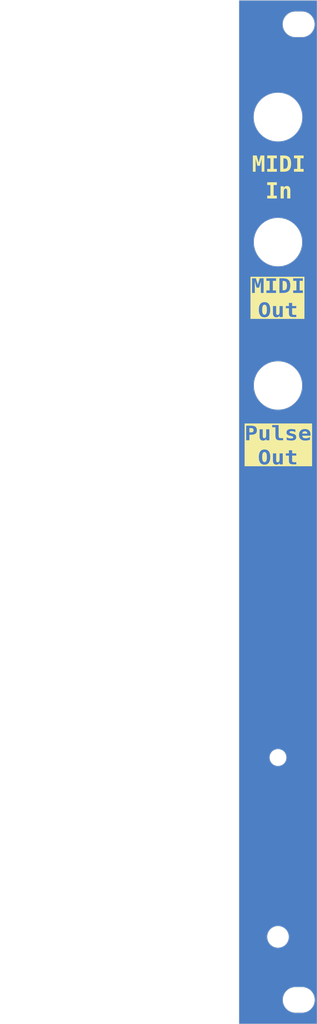
<source format=kicad_pcb>
(kicad_pcb
	(version 20241229)
	(generator "pcbnew")
	(generator_version "9.0")
	(general
		(thickness 1.6)
		(legacy_teardrops no)
	)
	(paper "A4")
	(layers
		(0 "F.Cu" signal)
		(2 "B.Cu" signal)
		(9 "F.Adhes" user "F.Adhesive")
		(11 "B.Adhes" user "B.Adhesive")
		(13 "F.Paste" user)
		(15 "B.Paste" user)
		(5 "F.SilkS" user "F.Silkscreen")
		(7 "B.SilkS" user "B.Silkscreen")
		(1 "F.Mask" user)
		(3 "B.Mask" user)
		(17 "Dwgs.User" user "User.Drawings")
		(19 "Cmts.User" user "User.Comments")
		(21 "Eco1.User" user "User.Eco1")
		(23 "Eco2.User" user "User.Eco2")
		(25 "Edge.Cuts" user)
		(27 "Margin" user)
		(31 "F.CrtYd" user "F.Courtyard")
		(29 "B.CrtYd" user "B.Courtyard")
		(35 "F.Fab" user)
		(33 "B.Fab" user)
		(39 "User.1" user)
		(41 "User.2" user)
		(43 "User.3" user)
		(45 "User.4" user)
		(47 "User.5" user)
		(49 "User.6" user)
		(51 "User.7" user)
		(53 "User.8" user)
		(55 "User.9" user)
	)
	(setup
		(pad_to_mask_clearance 0)
		(allow_soldermask_bridges_in_footprints no)
		(tenting front back)
		(aux_axis_origin 89.71 33.94)
		(pcbplotparams
			(layerselection 0x00000000_00000000_55555555_5755f5ff)
			(plot_on_all_layers_selection 0x00000000_00000000_00000000_00000000)
			(disableapertmacros no)
			(usegerberextensions no)
			(usegerberattributes yes)
			(usegerberadvancedattributes yes)
			(creategerberjobfile yes)
			(dashed_line_dash_ratio 12.000000)
			(dashed_line_gap_ratio 3.000000)
			(svgprecision 6)
			(plotframeref no)
			(mode 1)
			(useauxorigin no)
			(hpglpennumber 1)
			(hpglpenspeed 20)
			(hpglpendiameter 15.000000)
			(pdf_front_fp_property_popups yes)
			(pdf_back_fp_property_popups yes)
			(pdf_metadata yes)
			(pdf_single_document no)
			(dxfpolygonmode yes)
			(dxfimperialunits yes)
			(dxfusepcbnewfont yes)
			(psnegative no)
			(psa4output no)
			(plot_black_and_white yes)
			(sketchpadsonfab no)
			(plotpadnumbers no)
			(hidednponfab no)
			(sketchdnponfab yes)
			(crossoutdnponfab yes)
			(subtractmaskfromsilk no)
			(outputformat 1)
			(mirror no)
			(drillshape 0)
			(scaleselection 1)
			(outputdirectory "/mnt/Common/Projects/GToE/Hardware/gtoe/MIDI Panel REV2/")
		)
	)
	(net 0 "")
	(gr_rect
		(start 59.71 33.94)
		(end 89.71 42.19)
		(stroke
			(width 0.1)
			(type solid)
		)
		(fill no)
		(layer "Dwgs.User")
		(uuid "3a380832-96f4-4e6a-a91e-dc72b1728a78")
	)
	(gr_rect
		(start 59.71 159.44)
		(end 67.21 162.44)
		(stroke
			(width 0.1)
			(type solid)
		)
		(fill no)
		(layer "Dwgs.User")
		(uuid "690697bf-4299-4c50-bc67-e537de514c23")
	)
	(gr_rect
		(start 89.71 159.44)
		(end 97.21 162.44)
		(stroke
			(width 0.1)
			(type solid)
		)
		(fill no)
		(layer "Dwgs.User")
		(uuid "6967d7c5-2ff5-4aff-b54b-ac0e42ba8665")
	)
	(gr_line
		(start 64.71 54.14)
		(end 84.91 54.14)
		(stroke
			(width 0.1)
			(type solid)
		)
		(layer "Dwgs.User")
		(uuid "74757bfa-a69f-4264-9fa5-2a20fd38ce95")
	)
	(gr_rect
		(start 59.71 154.19)
		(end 89.71 162.44)
		(stroke
			(width 0.1)
			(type solid)
		)
		(fill no)
		(layer "Dwgs.User")
		(uuid "876c8a48-7867-4cc9-b3b2-89bc22f840f4")
	)
	(gr_rect
		(start 89.7 36.95)
		(end 97.2 39.95)
		(stroke
			(width 0.1)
			(type solid)
		)
		(fill no)
		(layer "Dwgs.User")
		(uuid "8c58b9d6-2695-4fca-8d45-b2fe3dc3fac7")
	)
	(gr_line
		(start 74.71 33.94)
		(end 74.71 162.44)
		(stroke
			(width 0.1)
			(type solid)
		)
		(layer "Dwgs.User")
		(uuid "93bfc541-ebf3-4520-8d6f-88b455476411")
	)
	(gr_rect
		(start 89.71 33.94)
		(end 97.21 36.94)
		(stroke
			(width 0.1)
			(type solid)
		)
		(fill no)
		(layer "Dwgs.User")
		(uuid "9d7b5782-1774-4b07-96eb-15e467c55b1b")
	)
	(gr_line
		(start 68.31 35.34)
		(end 82.11 35.34)
		(stroke
			(width 0.05)
			(type solid)
		)
		(layer "Dwgs.User")
		(uuid "b1917052-a7c3-4509-b425-e5a3d3daf4ed")
	)
	(gr_rect
		(start 59.71 42.19)
		(end 89.71 154.19)
		(stroke
			(width 0.1)
			(type solid)
		)
		(fill no)
		(layer "Dwgs.User")
		(uuid "ded89adb-ffe9-4068-9b3d-6a79329c9001")
	)
	(gr_rect
		(start 59.71 33.94)
		(end 67.21 36.94)
		(stroke
			(width 0.1)
			(type solid)
		)
		(fill no)
		(layer "Dwgs.User")
		(uuid "e4cc419c-b854-4c08-8c39-338babe64c29")
	)
	(gr_rect
		(start 59.91 42.29)
		(end 89.51 152.29)
		(stroke
			(width 0.1)
			(type solid)
		)
		(fill no)
		(layer "Dwgs.User")
		(uuid "f4779054-51f3-4c95-a98f-3a82028edb4e")
	)
	(gr_line
		(start 97.61 38.54)
		(end 96.81 38.54)
		(stroke
			(width 0.05)
			(type solid)
		)
		(layer "Edge.Cuts")
		(uuid "01225f0b-3bb9-4fae-89da-4947391a8eb0")
	)
	(gr_circle
		(center 94.61 82.29)
		(end 97.64 82.29)
		(stroke
			(width 0.05)
			(type solid)
		)
		(fill no)
		(layer "Edge.Cuts")
		(uuid "20cca261-9475-4acf-a374-c0d893d12663")
	)
	(gr_rect
		(start 89.71 33.94)
		(end 99.51 162.44)
		(stroke
			(width 0.05)
			(type solid)
		)
		(fill no)
		(layer "Edge.Cuts")
		(uuid "4dcdfe62-9fd0-4435-bc28-da36930263c1")
	)
	(gr_arc
		(start 97.62 157.83)
		(mid 99.22 159.43)
		(end 97.62 161.03)
		(stroke
			(width 0.05)
			(type solid)
		)
		(layer "Edge.Cuts")
		(uuid "5332a98c-e4fd-45ca-90df-9277feb37924")
	)
	(gr_arc
		(start 96.82 161.03)
		(mid 95.22 159.43)
		(end 96.82 157.83)
		(stroke
			(width 0.05)
			(type solid)
		)
		(layer "Edge.Cuts")
		(uuid "5c1e4bcd-1f02-40ff-9b86-af527456da48")
	)
	(gr_line
		(start 97.62 161.03)
		(end 96.82 161.03)
		(stroke
			(width 0.05)
			(type solid)
		)
		(layer "Edge.Cuts")
		(uuid "601bde20-61eb-49ab-8f7f-530cb12abd4f")
	)
	(gr_circle
		(center 94.61 129)
		(end 95.66 129)
		(stroke
			(width 0.05)
			(type solid)
		)
		(fill no)
		(layer "Edge.Cuts")
		(uuid "6a0981d5-08d6-40c8-b4a2-41753fd8531c")
	)
	(gr_circle
		(center 94.61 151.52)
		(end 95.96 151.52)
		(stroke
			(width 0.05)
			(type solid)
		)
		(fill no)
		(layer "Edge.Cuts")
		(uuid "6acce12f-b607-4db1-b1d6-0a2789449d91")
	)
	(gr_arc
		(start 96.81 38.54)
		(mid 95.21 36.94)
		(end 96.81 35.34)
		(stroke
			(width 0.05)
			(type solid)
		)
		(layer "Edge.Cuts")
		(uuid "cd762ed8-37f0-44cd-9447-303faefda28f")
	)
	(gr_line
		(start 96.81 35.34)
		(end 97.61 35.34)
		(stroke
			(width 0.05)
			(type solid)
		)
		(layer "Edge.Cuts")
		(uuid "d3984eed-9ead-4bf1-98c6-f32de981902c")
	)
	(gr_circle
		(center 94.61 48.59)
		(end 97.66 48.59)
		(stroke
			(width 0.05)
			(type solid)
		)
		(fill no)
		(layer "Edge.Cuts")
		(uuid "e07f9d0c-9edb-45ae-8e5b-38400087a346")
	)
	(gr_circle
		(center 94.61 64.29)
		(end 97.64 64.29)
		(stroke
			(width 0.05)
			(type solid)
		)
		(fill no)
		(layer "Edge.Cuts")
		(uuid "e0ba1cc4-e31f-4553-893c-9a7875489f25")
	)
	(gr_line
		(start 96.82 157.83)
		(end 97.62 157.83)
		(stroke
			(width 0.05)
			(type solid)
		)
		(layer "Edge.Cuts")
		(uuid "eaae704c-a906-42fd-a9b6-b63029c8a920")
	)
	(gr_arc
		(start 97.61 35.34)
		(mid 99.21 36.94)
		(end 97.61 38.54)
		(stroke
			(width 0.05)
			(type solid)
		)
		(layer "Edge.Cuts")
		(uuid "ff9933e6-1b79-416f-b0e7-07108392f8bf")
	)
	(gr_text "MIDI\nOut"
		(at 94.6 74 0)
		(layer "F.SilkS" knockout)
		(uuid "73a30dd3-12f7-4140-8c98-ec4fad8e7f96")
		(effects
			(font
				(face "DejaVu Sans Mono")
				(size 1.8 2)
				(thickness 0.3)
				(bold yes)
			)
			(justify bottom)
		)
		(render_cache "MIDI\nOut" 0
			(polygon
				(pts
					(xy 91.348883 68.834075) (xy 91.829797 68.834075) (xy 92.073063 69.63916) (xy 92.314864 68.834075)
					(xy 92.798465 68.834075) (xy 92.798465 70.67) (xy 92.451396 70.67) (xy 92.451396 69.199084) (xy 92.235607 70.001751)
					(xy 91.91455 70.001751) (xy 91.695952 69.199084) (xy 91.695952 70.67) (xy 91.348883 70.67)
				)
			)
			(polygon
				(pts
					(xy 93.150663 69.150614) (xy 93.150663 68.834075) (xy 94.365282 68.834075) (xy 94.365282 69.150614)
					(xy 93.959473 69.150614) (xy 93.959473 70.353461) (xy 94.365282 70.353461) (xy 94.365282 70.67)
					(xy 93.150663 70.67) (xy 93.150663 70.353461) (xy 93.556472 70.353461) (xy 93.556472 69.150614)
				)
			)
			(polygon
				(pts
					(xy 95.426505 68.844584) (xy 95.596668 68.873638) (xy 95.735513 68.918306) (xy 95.848242 68.976826)
					(xy 95.938939 69.048728) (xy 96.011221 69.135123) (xy 96.071108 69.24369) (xy 96.117434 69.378768)
					(xy 96.147832 69.545598) (xy 96.15888 69.750169) (xy 96.147837 69.955288) (xy 96.117445 70.122671)
					(xy 96.071119 70.258289) (xy 96.011225 70.367369) (xy 95.938939 70.454248) (xy 95.84817 70.526564)
					(xy 95.735393 70.585387) (xy 95.596541 70.630265) (xy 95.426417 70.659446) (xy 95.218911 70.67)
					(xy 94.787212 70.67) (xy 94.787212 70.339392) (xy 95.190213 70.339392) (xy 95.299511 70.339392)
					(xy 95.417071 70.32978) (xy 95.509408 70.303335) (xy 95.581927 70.26203) (xy 95.638276 70.205523)
					(xy 95.677427 70.138528) (xy 95.709251 70.045288) (xy 95.731133 69.918608) (xy 95.739393 69.750169)
					(xy 95.731145 69.583133) (xy 95.709284 69.457381) (xy 95.677464 69.364704) (xy 95.638276 69.298002)
					(xy 95.581968 69.241758) (xy 95.509471 69.200617) (xy 95.417121 69.174264) (xy 95.299511 69.164682)
					(xy 95.190213 69.164682) (xy 95.190213 70.339392) (xy 94.787212 70.339392) (xy 94.787212 68.834075)
					(xy 95.218911 68.834075)
				)
			)
			(polygon
				(pts
					(xy 96.51926 69.150614) (xy 96.51926 68.834075) (xy 97.73388 68.834075) (xy 97.73388 69.150614)
					(xy 97.32807 69.150614) (xy 97.32807 70.353461) (xy 97.73388 70.353461) (xy 97.73388 70.67) (xy 96.51926 70.67)
					(xy 96.51926 70.353461) (xy 96.92507 70.353461) (xy 96.92507 69.150614)
				)
			)
			(polygon
				(pts
					(xy 93.055297 71.833335) (xy 93.176003 71.863076) (xy 93.280701 71.910941) (xy 93.371982 71.977323)
					(xy 93.451325 72.064155) (xy 93.511009 72.159099) (xy 93.560566 72.274166) (xy 93.598717 72.412778)
					(xy 93.623515 72.578843) (xy 93.632431 72.776697) (xy 93.623527 72.973918) (xy 93.598749 73.139588)
					(xy 93.560613 73.277997) (xy 93.51105 73.393015) (xy 93.451325 73.48803) (xy 93.371988 73.574816)
					(xy 93.280712 73.641167) (xy 93.176014 73.689013) (xy 93.055305 73.718743) (xy 92.91509 73.72917)
					(xy 92.775537 73.718762) (xy 92.655259 73.689068) (xy 92.5508 73.641249) (xy 92.459599 73.574886)
					(xy 92.380198 73.48803) (xy 92.320518 73.393021) (xy 92.270987 73.278007) (xy 92.232876 73.139598)
					(xy 92.208114 72.973925) (xy 92.199214 72.776697) (xy 92.618702 72.776697) (xy 92.628711 72.99975)
					(xy 92.654258 73.154231) (xy 92.689654 73.25678) (xy 92.732945 73.324936) (xy 92.784029 73.370005)
					(xy 92.84375 73.396473) (xy 92.91509 73.405598) (xy 92.987198 73.396434) (xy 93.047364 73.369904)
					(xy 93.098627 73.324825) (xy 93.14187 73.25678) (xy 93.177328 73.154226) (xy 93.202918 72.999745)
					(xy 93.212944 72.776697) (xy 93.202905 72.552726) (xy 93.177303 72.397914) (xy 93.14187 72.295404)
					(xy 93.09862 72.227301) (xy 93.047353 72.18219) (xy 92.98719 72.155644) (xy 92.91509 72.146477)
					(xy 92.843759 72.155606) (xy 92.784039 72.182089) (xy 92.732952 72.22719) (xy 92.689654 72.295404)
					(xy 92.654283 72.397908) (xy 92.628724 72.552721) (xy 92.618702 72.776697) (xy 92.199214 72.776697)
					(xy 92.208125 72.578837) (xy 92.232909 72.412768) (xy 92.271035 72.274157) (xy 92.320558 72.159093)
					(xy 92.380198 72.064155) (xy 92.459606 71.977253) (xy 92.55081 71.910859) (xy 92.65527 71.86302)
					(xy 92.775544 71.833316) (xy 92.91509 71.822904)
				)
			)
			(polygon
				(pts
					(xy 93.976448 73.212267) (xy 93.976448 72.315297) (xy 94.376762 72.315297) (xy 94.376762 73.156873)
					(xy 94.383255 73.256404) (xy 94.39984 73.324669) (xy 94.423168 73.369767) (xy 94.459509 73.404335)
					(xy 94.509437 73.425854) (xy 94.577651 73.433734) (xy 94.644365 73.424157) (xy 94.699577 73.396198)
					(xy 94.746301 73.347675) (xy 94.778161 73.287633) (xy 94.799287 73.208847) (xy 94.807117 73.106424)
					(xy 94.807117 72.315297) (xy 95.207431 72.315297) (xy 95.207431 73.694) (xy 94.807117 73.694) (xy 94.807117 73.489239)
					(xy 94.771525 73.560917) (xy 94.723641 73.619361) (xy 94.662892 73.666412) (xy 94.592133 73.700664)
					(xy 94.511213 73.721793) (xy 94.417794 73.72917) (xy 94.310511 73.720197) (xy 94.222075 73.694977)
					(xy 94.148696 73.654707) (xy 94.087822 73.598708) (xy 94.042487 73.532066) (xy 94.007646 73.448068)
					(xy 93.984786 73.342955)
				)
			)
			(polygon
				(pts
					(xy 96.384804 71.921383) (xy 96.384804 72.315297) (xy 96.908094 72.315297) (xy 96.908094 72.589631)
					(xy 96.384804 72.589631) (xy 96.384804 73.246229) (xy 96.39131 73.306489) (xy 96.408532 73.349392)
					(xy 96.43463 73.379439) (xy 96.470885 73.400088) (xy 96.524232 73.414223) (xy 96.600715 73.419666)
					(xy 96.908094 73.419666) (xy 96.908094 73.694) (xy 96.572016 73.694) (xy 96.39126 73.685709) (xy 96.260561 73.664082)
					(xy 96.16865 73.633081) (xy 96.106123 73.595191) (xy 96.057967 73.542795) (xy 96.020031 73.468784)
					(xy 95.994236 73.366797) (xy 95.98449 73.228863) (xy 95.98449 72.589631) (xy 95.593824 72.589631)
					(xy 95.593824 72.315297) (xy 95.98449 72.315297) (xy 95.98449 71.921383)
				)
			)
		)
	)
	(gr_text "Pulse\nOut"
		(at 94.6 92.5 0)
		(layer "F.SilkS" knockout)
		(uuid "f511dd91-817e-45b5-bcf5-e9b55c331c68")
		(effects
			(font
				(face "DejaVu Sans Mono")
				(size 1.8 2)
				(thickness 0.3)
				(bold yes)
			)
			(justify bottom)
		)
		(render_cache "Pulse\nOut" 0
			(polygon
				(pts
					(xy 91.382094 87.344707) (xy 91.54973 87.373224) (xy 91.676649 87.41555) (xy 91.77118 87.469153)
					(xy 91.848228 87.5422) (xy 91.905611 87.636057) (xy 91.942761 87.755579) (xy 91.956316 87.907362)
					(xy 91.942763 88.059142) (xy 91.905616 88.178686) (xy 91.848232 88.272582) (xy 91.77118 88.34568)
					(xy 91.676658 88.399236) (xy 91.549742 88.441528) (xy 91.382104 88.470024) (xy 91.16387 88.480648)
					(xy 91.01366 88.480648) (xy 91.01366 89.17) (xy 90.610538 89.17) (xy 90.610538 88.178178) (xy 91.01366 88.178178)
					(xy 91.178891 88.178178) (xy 91.310356 88.169742) (xy 91.399155 88.148222) (xy 91.456961 88.117618)
					(xy 91.498651 88.071804) (xy 91.526376 88.004386) (xy 91.536951 87.907362) (xy 91.526372 87.810339)
					(xy 91.498646 87.742964) (xy 91.456961 87.697215) (xy 91.399144 87.666552) (xy 91.310344 87.644995)
					(xy 91.178891 87.636545) (xy 91.01366 87.636545) (xy 91.01366 88.178178) (xy 90.610538 88.178178)
					(xy 90.610538 87.334075) (xy 91.16387 87.334075)
				)
			)
			(polygon
				(pts
					(xy 92.29215 88.688267) (xy 92.29215 87.791297) (xy 92.692464 87.791297) (xy 92.692464 88.632873)
					(xy 92.698957 88.732404) (xy 92.715542 88.800669) (xy 92.73887 88.845767) (xy 92.775211 88.880335)
					(xy 92.825139 88.901854) (xy 92.893353 88.909734) (xy 92.960067 88.900157) (xy 93.015279 88.872198)
					(xy 93.062003 88.823675) (xy 93.093863 88.763633) (xy 93.114989 88.684847) (xy 93.122819 88.582424)
					(xy 93.122819 87.791297) (xy 93.523133 87.791297) (xy 93.523133 89.17) (xy 93.122819 89.17) (xy 93.122819 88.965239)
					(xy 93.087227 89.036917) (xy 93.039343 89.095361) (xy 92.978594 89.142412) (xy 92.907835 89.176664)
					(xy 92.826915 89.197793) (xy 92.733496 89.20517) (xy 92.626213 89.196197) (xy 92.537777 89.170977)
					(xy 92.464398 89.130707) (xy 92.403524 89.074708) (xy 92.358189 89.008066) (xy 92.323348 88.924068)
					(xy 92.300488 88.818955)
				)
			)
			(polygon
				(pts
					(xy 94.286637 88.597042) (xy 94.286637 87.531032) (xy 93.880827 87.531032) (xy 93.880827 87.256699)
					(xy 94.686951 87.256699) (xy 94.686951 88.597042) (xy 94.694763 88.705529) (xy 94.714701 88.779392)
					(xy 94.742882 88.827852) (xy 94.785895 88.863834) (xy 94.847036 88.887002) (xy 94.932781 88.895666)
					(xy 95.252495 88.895666) (xy 95.252495 89.17) (xy 94.820796 89.17) (xy 94.677006 89.160142) (xy 94.564825 89.133285)
					(xy 94.477774 89.09217) (xy 94.410956 89.037559) (xy 94.361628 88.969605) (xy 94.322695 88.877881)
					(xy 94.296439 88.756168)
				)
			)
			(polygon
				(pts
					(xy 96.79611 87.833503) (xy 96.79611 88.150041) (xy 96.682425 88.091629) (xy 96.565911 88.050134)
					(xy 96.445581 88.024744) (xy 96.326064 88.016392) (xy 96.201569 88.026588) (xy 96.123831 88.052002)
					(xy 96.0855 88.079913) (xy 96.063272 88.114317) (xy 96.055565 88.157405) (xy 96.067586 88.196381)
					(xy 96.108583 88.235699) (xy 96.194128 88.277202) (xy 96.347924 88.319741) (xy 96.362945 88.323478)
					(xy 96.477739 88.347988) (xy 96.618766 88.388578) (xy 96.723042 88.439264) (xy 96.798064 88.498674)
					(xy 96.85294 88.572867) (xy 96.8875 88.664896) (xy 96.899913 88.779602) (xy 96.889186 88.884164)
					(xy 96.859114 88.969885) (xy 96.811234 89.040566) (xy 96.744819 89.098778) (xy 96.665799 89.141854)
					(xy 96.56508 89.175157) (xy 96.437824 89.197124) (xy 96.278315 89.20517) (xy 96.139669 89.199974)
					(xy 95.995482 89.184068) (xy 95.850755 89.15793) (xy 95.70178 89.12076) (xy 95.70178 88.804221)
					(xy 95.836554 88.865036) (xy 95.971546 88.908855) (xy 96.108455 88.936133) (xy 96.237282 88.944905)
					(xy 96.368249 88.934309) (xy 96.450384 88.907866) (xy 96.49133 88.87868) (xy 96.514766 88.843506)
					(xy 96.522802 88.800265) (xy 96.509439 88.737968) (xy 96.471511 88.693982) (xy 96.401392 88.661152)
					(xy 96.227757 88.614848) (xy 96.117115 88.592756) (xy 95.968028 88.552137) (xy 95.859259 88.502645)
					(xy 95.782258 88.445917) (xy 95.725199 88.374112) (xy 95.689739 88.286347) (xy 95.677111 88.178178)
					(xy 95.687757 88.080913) (xy 95.718097 87.998511) (xy 95.76736 87.927941) (xy 95.836968 87.867245)
					(xy 95.918954 87.821297) (xy 96.018737 87.786592) (xy 96.139843 87.764191) (xy 96.286497 87.756127)
					(xy 96.416005 87.760953) (xy 96.545394 87.775471) (xy 96.672828 87.7997)
				)
			)
			(polygon
				(pts
					(xy 98.148676 87.768677) (xy 98.289625 87.804034) (xy 98.408241 87.860273) (xy 98.508252 87.937587)
					(xy 98.587189 88.032538) (xy 98.645651 88.146635) (xy 98.682886 88.283716) (xy 98.696197 88.448665)
					(xy 98.696197 88.593196) (xy 97.659264 88.593196) (xy 97.673052 88.697635) (xy 97.709138 88.776723)
					(xy 97.765754 88.836535) (xy 97.841149 88.878631) (xy 97.943238 88.906408) (xy 98.080094 88.916769)
					(xy 98.216877 88.907944) (xy 98.351937 88.881378) (xy 98.48547 88.836993) (xy 98.632083 88.76905)
					(xy 98.632083 89.099658) (xy 98.490983 89.145927) (xy 98.347907 89.178792) (xy 98.200622 89.198434)
					(xy 98.04187 89.20517) (xy 97.885542 89.196646) (xy 97.751776 89.172589) (xy 97.637204 89.13468)
					(xy 97.53899 89.083755) (xy 97.454955 89.019754) (xy 97.385095 88.943265) (xy 97.329383 88.853867)
					(xy 97.287845 88.74957) (xy 97.261462 88.627818) (xy 97.252111 88.485594) (xy 97.264938 88.327105)
					(xy 97.663416 88.327105) (xy 98.293196 88.325896) (xy 98.281727 88.233624) (xy 98.25393 88.163541)
					(xy 98.211863 88.110584) (xy 98.154462 88.071526) (xy 98.079111 88.04661) (xy 97.980321 88.037494)
					(xy 97.891842 88.046467) (xy 97.819754 88.071801) (xy 97.760381 88.113002) (xy 97.714936 88.167508)
					(xy 97.682191 88.237578) (xy 97.663416 88.327105) (xy 97.264938 88.327105) (xy 97.26575 88.317078)
					(xy 97.304171 88.174807) (xy 97.364943 88.054316) (xy 97.447505 87.952095) (xy 97.52998 87.882505)
					(xy 97.622757 87.828456) (xy 97.727282 87.789135) (xy 97.845615 87.764669) (xy 97.980321 87.756127)
				)
			)
			(polygon
				(pts
					(xy 93.055297 90.333335) (xy 93.176003 90.363076) (xy 93.280701 90.410941) (xy 93.371982 90.477323)
					(xy 93.451325 90.564155) (xy 93.511009 90.659099) (xy 93.560566 90.774166) (xy 93.598717 90.912778)
					(xy 93.623515 91.078843) (xy 93.632431 91.276697) (xy 93.623527 91.473918) (xy 93.598749 91.639588)
					(xy 93.560613 91.777997) (xy 93.51105 91.893015) (xy 93.451325 91.98803) (xy 93.371988 92.074816)
					(xy 93.280712 92.141167) (xy 93.176014 92.189013) (xy 93.055305 92.218743) (xy 92.91509 92.22917)
					(xy 92.775537 92.218762) (xy 92.655259 92.189068) (xy 92.5508 92.141249) (xy 92.459599 92.074886)
					(xy 92.380198 91.98803) (xy 92.320518 91.893021) (xy 92.270987 91.778007) (xy 92.232876 91.639598)
					(xy 92.208114 91.473925) (xy 92.199214 91.276697) (xy 92.618702 91.276697) (xy 92.628711 91.49975)
					(xy 92.654258 91.654231) (xy 92.689654 91.75678) (xy 92.732945 91.824936) (xy 92.784029 91.870005)
					(xy 92.84375 91.896473) (xy 92.91509 91.905598) (xy 92.987198 91.896434) (xy 93.047364 91.869904)
					(xy 93.098627 91.824825) (xy 93.14187 91.75678) (xy 93.177328 91.654226) (xy 93.202918 91.499745)
					(xy 93.212944 91.276697) (xy 93.202905 91.052726) (xy 93.177303 90.897914) (xy 93.14187 90.795404)
					(xy 93.09862 90.727301) (xy 93.047353 90.68219) (xy 92.98719 90.655644) (xy 92.91509 90.646477)
					(xy 92.843759 90.655606) (xy 92.784039 90.682089) (xy 92.732952 90.72719) (xy 92.689654 90.795404)
					(xy 92.654283 90.897908) (xy 92.628724 91.052721) (xy 92.618702 91.276697) (xy 92.199214 91.276697)
					(xy 92.208125 91.078837) (xy 92.232909 90.912768) (xy 92.271035 90.774157) (xy 92.320558 90.659093)
					(xy 92.380198 90.564155) (xy 92.459606 90.477253) (xy 92.55081 90.410859) (xy 92.65527 90.36302)
					(xy 92.775544 90.333316) (xy 92.91509 90.322904)
				)
			)
			(polygon
				(pts
					(xy 93.976448 91.712267) (xy 93.976448 90.815297) (xy 94.376762 90.815297) (xy 94.376762 91.656873)
					(xy 94.383255 91.756404) (xy 94.39984 91.824669) (xy 94.423168 91.869767) (xy 94.459509 91.904335)
					(xy 94.509437 91.925854) (xy 94.577651 91.933734) (xy 94.644365 91.924157) (xy 94.699577 91.896198)
					(xy 94.746301 91.847675) (xy 94.778161 91.787633) (xy 94.799287 91.708847) (xy 94.807117 91.606424)
					(xy 94.807117 90.815297) (xy 95.207431 90.815297) (xy 95.207431 92.194) (xy 94.807117 92.194) (xy 94.807117 91.989239)
					(xy 94.771525 92.060917) (xy 94.723641 92.119361) (xy 94.662892 92.166412) (xy 94.592133 92.200664)
					(xy 94.511213 92.221793) (xy 94.417794 92.22917) (xy 94.310511 92.220197) (xy 94.222075 92.194977)
					(xy 94.148696 92.154707) (xy 94.087822 92.098708) (xy 94.042487 92.032066) (xy 94.007646 91.948068)
					(xy 93.984786 91.842955)
				)
			)
			(polygon
				(pts
					(xy 96.384804 90.421383) (xy 96.384804 90.815297) (xy 96.908094 90.815297) (xy 96.908094 91.089631)
					(xy 96.384804 91.089631) (xy 96.384804 91.746229) (xy 96.39131 91.806489) (xy 96.408532 91.849392)
					(xy 96.43463 91.879439) (xy 96.470885 91.900088) (xy 96.524232 91.914223) (xy 96.600715 91.919666)
					(xy 96.908094 91.919666) (xy 96.908094 92.194) (xy 96.572016 92.194) (xy 96.39126 92.185709) (xy 96.260561 92.164082)
					(xy 96.16865 92.133081) (xy 96.106123 92.095191) (xy 96.057967 92.042795) (xy 96.020031 91.968784)
					(xy 95.994236 91.866797) (xy 95.98449 91.728863) (xy 95.98449 91.089631) (xy 95.593824 91.089631)
					(xy 95.593824 90.815297) (xy 95.98449 90.815297) (xy 95.98449 90.421383)
				)
			)
		)
	)
	(gr_text "MIDI\nIn"
		(at 94.7 59.15 0)
		(layer "F.SilkS")
		(uuid "f80e1f6f-00a8-4b56-8ddb-582376ab8ff2")
		(effects
			(font
				(face "DejaVu Sans Mono")
				(size 2 2)
				(thickness 0.3)
				(bold yes)
			)
			(justify bottom)
		)
		(render_cache "MIDI\nIn" 0
			(polygon
				(pts
					(xy 91.448883 53.410083) (xy 91.929797 53.410083) (xy 92.173063 54.304623) (xy 92.414864 53.410083)
					(xy 92.898465 53.410083) (xy 92.898465 55.45) (xy 92.551396 55.45) (xy 92.551396 53.815648) (xy 92.335607 54.707501)
					(xy 92.01455 54.707501) (xy 91.795952 53.815648) (xy 91.795952 55.45) (xy 91.448883 55.45)
				)
			)
			(polygon
				(pts
					(xy 93.250663 53.761793) (xy 93.250663 53.410083) (xy 94.465282 53.410083) (xy 94.465282 53.761793)
					(xy 94.059473 53.761793) (xy 94.059473 55.09829) (xy 94.465282 55.09829) (xy 94.465282 55.45) (xy 93.250663 55.45)
					(xy 93.250663 55.09829) (xy 93.656472 55.09829) (xy 93.656472 53.761793)
				)
			)
			(polygon
				(pts
					(xy 95.526505 53.421761) (xy 95.696668 53.454042) (xy 95.835513 53.503673) (xy 95.948242 53.568696)
					(xy 96.038939 53.648586) (xy 96.111221 53.744581) (xy 96.171108 53.865211) (xy 96.217434 54.015298)
					(xy 96.247832 54.200665) (xy 96.25888 54.427965) (xy 96.247837 54.655875) (xy 96.217445 54.841856)
					(xy 96.171119 54.992543) (xy 96.111225 55.113744) (xy 96.038939 55.210275) (xy 95.94817 55.290627)
					(xy 95.835393 55.355986) (xy 95.696541 55.40585) (xy 95.526417 55.438273) (xy 95.318911 55.45)
					(xy 94.887212 55.45) (xy 94.887212 55.082658) (xy 95.290213 55.082658) (xy 95.399511 55.082658)
					(xy 95.517071 55.071978) (xy 95.609408 55.042595) (xy 95.681927 54.996701) (xy 95.738276 54.933914)
					(xy 95.777427 54.859476) (xy 95.809251 54.755876) (xy 95.831133 54.61512) (xy 95.839393 54.427965)
					(xy 95.831145 54.24237) (xy 95.809284 54.102646) (xy 95.777464 53.999671) (xy 95.738276 53.925558)
					(xy 95.681968 53.863064) (xy 95.609471 53.817352) (xy 95.517121 53.788071) (xy 95.399511 53.777424)
					(xy 95.290213 53.777424) (xy 95.290213 55.082658) (xy 94.887212 55.082658) (xy 94.887212 53.410083)
					(xy 95.318911 53.410083)
				)
			)
			(polygon
				(pts
					(xy 96.61926 53.761793) (xy 96.61926 53.410083) (xy 97.83388 53.410083) (xy 97.83388 53.761793)
					(xy 97.42807 53.761793) (xy 97.42807 55.09829) (xy 97.83388 55.09829) (xy 97.83388 55.45) (xy 96.61926 55.45)
					(xy 96.61926 55.09829) (xy 97.02507 55.09829) (xy 97.02507 53.761793)
				)
			)
			(polygon
				(pts
					(xy 93.250663 57.121793) (xy 93.250663 56.770083) (xy 94.465283 56.770083) (xy 94.465283 57.121793)
					(xy 94.059473 57.121793) (xy 94.059473 58.45829) (xy 94.465283 58.45829) (xy 94.465283 58.81) (xy 93.250663 58.81)
					(xy 93.250663 58.45829) (xy 93.656473 58.45829) (xy 93.656473 57.121793)
				)
			)
			(polygon
				(pts
					(xy 96.163259 57.816053) (xy 96.163259 58.81) (xy 95.765632 58.81) (xy 95.765632 57.877602) (xy 95.75904 57.766145)
					(xy 95.7422 57.689665) (xy 95.718493 57.639099) (xy 95.681775 57.600149) (xy 95.632043 57.576061)
					(xy 95.564864 57.567292) (xy 95.498115 57.578033) (xy 95.442391 57.609518) (xy 95.394749 57.664378)
					(xy 95.362095 57.732038) (xy 95.340547 57.820053) (xy 95.332589 57.933656) (xy 95.332589 58.81)
					(xy 94.934962 58.81) (xy 94.934962 57.278108) (xy 95.332589 57.278108) (xy 95.332589 57.508307)
					(xy 95.368272 57.427803) (xy 95.416363 57.36223) (xy 95.477425 57.309494) (xy 95.548716 57.271047)
					(xy 95.630353 57.247319) (xy 95.724721 57.23903) (xy 95.831282 57.248988) (xy 95.919146 57.276986)
					(xy 95.992082 57.321722) (xy 96.052617 57.383988) (xy 96.097547 57.457954) (xy 96.13217 57.551613)
					(xy 96.154939 57.669278)
				)
			)
		)
	)
	(zone
		(net 0)
		(net_name "")
		(layers "F.Cu" "B.Cu")
		(uuid "c6b321e1-0c3c-4eaa-9701-e4d9d1e9191d")
		(hatch edge 0.508)
		(connect_pads
			(clearance 0)
		)
		(min_thickness 0.0254)
		(filled_areas_thickness no)
		(fill yes
			(thermal_gap 0.508)
			(thermal_bridge_width 0.508)
		)
		(polygon
			(pts
				(xy 99.51 162.44) (xy 89.71 162.44) (xy 89.71 33.94) (xy 99.51 33.93)
			)
		)
		(filled_polygon
			(layer "F.Cu")
			(island)
			(pts
				(xy 99.506073 33.943927) (xy 99.5095 33.9522) (xy 99.5095 162.4278) (xy 99.506073 162.436073) (xy 99.4978 162.4395)
				(xy 89.7222 162.4395) (xy 89.713927 162.436073) (xy 89.7105 162.4278) (xy 89.7105 159.430004) (xy 95.215012 159.430004)
				(xy 95.232936 159.669203) (xy 95.232938 159.669211) (xy 95.286317 159.903079) (xy 95.373956 160.126378)
				(xy 95.433638 160.22975) (xy 95.493897 160.334123) (xy 95.493898 160.334124) (xy 95.643461 160.521669)
				(xy 95.819306 160.68483) (xy 96.017506 160.81996) (xy 96.233632 160.924041) (xy 96.462857 160.994748)
				(xy 96.462864 160.994749) (xy 96.700048 161.030499) (xy 96.700057 161.030499) (xy 96.700059 161.0305)
				(xy 96.70006 161.0305) (xy 97.73994 161.0305) (xy 97.739941 161.0305) (xy 97.739942 161.030499)
				(xy 97.739951 161.030499) (xy 97.90868 161.005066) (xy 97.977143 160.994748) (xy 98.206368 160.924041)
				(xy 98.422494 160.81996) (xy 98.620694 160.68483) (xy 98.796539 160.521669) (xy 98.946103 160.334122)
				(xy 99.066044 160.126378) (xy 99.153683 159.903079) (xy 99.207062 159.669211) (xy 99.224988 159.43)
				(xy 99.207062 159.190789) (xy 99.153683 158.956921) (xy 99.066044 158.733622) (xy 98.946103 158.525878)
				(xy 98.946102 158.525876) (xy 98.946101 158.525875) (xy 98.796538 158.33833) (xy 98.709407 158.257484)
				(xy 98.620694 158.17517) (xy 98.522806 158.108431) (xy 98.422496 158.040041) (xy 98.422491 158.040038)
				(xy 98.206377 157.935963) (xy 98.206373 157.935961) (xy 98.206368 157.935959) (xy 97.977143 157.865252)
				(xy 97.977135 157.86525) (xy 97.739951 157.8295) (xy 97.739941 157.8295) (xy 97.620099 157.8295)
				(xy 96.8205 157.8295) (xy 96.82 157.8295) (xy 96.700059 157.8295) (xy 96.700048 157.8295) (xy 96.462864 157.86525)
				(xy 96.462856 157.865252) (xy 96.233638 157.935957) (xy 96.233632 157.935959) (xy 96.233629 157.93596)
				(xy 96.233622 157.935963) (xy 96.017508 158.040038) (xy 96.017503 158.040041) (xy 95.819308 158.175168)
				(xy 95.643461 158.33833) (xy 95.493898 158.525875) (xy 95.493897 158.525876) (xy 95.373955 158.733624)
				(xy 95.286318 158.956917) (xy 95.232936 159.190796) (xy 95.215012 159.429995) (xy 95.215012 159.430004)
				(xy 89.7105 159.430004) (xy 89.7105 151.520005) (xy 93.254341 151.520005) (xy 93.262523 151.613517)
				(xy 93.262568 151.614537) (xy 93.262568 151.63788) (xy 93.262569 151.637893) (xy 93.266621 151.660874)
				(xy 93.266754 151.661886) (xy 93.274936 151.755406) (xy 93.274937 151.755413) (xy 93.299234 151.846088)
				(xy 93.299455 151.847084) (xy 93.303507 151.870066) (xy 93.303509 151.870075) (xy 93.311489 151.892)
				(xy 93.311796 151.892973) (xy 93.336096 151.983661) (xy 93.375781 152.068766) (xy 93.376171 152.069709)
				(xy 93.384145 152.091617) (xy 93.38415 152.09163) (xy 93.395806 152.111816) (xy 93.396277 152.112719)
				(xy 93.435965 152.19783) (xy 93.489821 152.274744) (xy 93.490366 152.2756) (xy 93.502032 152.295806)
				(xy 93.517029 152.31368) (xy 93.51765 152.314489) (xy 93.546714 152.355997) (xy 93.571505 152.391401)
				(xy 93.57151 152.391406) (xy 93.637894 152.45779) (xy 93.638583 152.458542) (xy 93.64984 152.471956)
				(xy 93.653583 152.476417) (xy 93.67145 152.491409) (xy 93.671456 152.491414) (xy 93.672203 152.492099)
				(xy 93.738599 152.558495) (xy 93.815509 152.612348) (xy 93.816318 152.612969) (xy 93.828071 152.62283)
				(xy 93.834193 152.627967) (xy 93.85442 152.639645) (xy 93.855238 152.640166) (xy 93.93217 152.694035)
				(xy 94.017298 152.733731) (xy 94.018155 152.734177) (xy 94.038376 152.745852) (xy 94.060323 152.75384)
				(xy 94.06121 152.754207) (xy 94.146337 152.793903) (xy 94.237029 152.818203) (xy 94.237988 152.818506)
				(xy 94.259927 152.826491) (xy 94.259928 152.826491) (xy 94.259935 152.826493) (xy 94.27045 152.828346)
				(xy 94.282926 152.830546) (xy 94.283895 152.830761) (xy 94.3286 152.842739) (xy 94.374586 152.855062)
				(xy 94.37459 152.855062) (xy 94.374592 152.855063) (xy 94.468138 152.863247) (xy 94.4691 152.863373)
				(xy 94.492115 152.867432) (xy 94.49212 152.867432) (xy 94.515461 152.867432) (xy 94.516481 152.867477)
				(xy 94.609995 152.875659) (xy 94.61 152.875659) (xy 94.610005 152.875659) (xy 94.703519 152.867477)
				(xy 94.704539 152.867432) (xy 94.72788 152.867432) (xy 94.727885 152.867432) (xy 94.750908 152.863372)
				(xy 94.751856 152.863247) (xy 94.845408 152.855063) (xy 94.84541 152.855062) (xy 94.845413 152.855062)
				(xy 94.868043 152.848998) (xy 94.936114 152.830758) (xy 94.937063 152.830548) (xy 94.953581 152.827635)
				(xy 94.960064 152.826493) (xy 94.960068 152.826491) (xy 94.960073 152.826491) (xy 94.982024 152.818501)
				(xy 94.982956 152.818207) (xy 95.073663 152.793903) (xy 95.158789 152.754207) (xy 95.159677 152.753839)
				(xy 95.181624 152.745852) (xy 95.201862 152.734167) (xy 95.202691 152.733735) (xy 95.28783 152.694035)
				(xy 95.364779 152.640154) (xy 95.365571 152.639649) (xy 95.385807 152.627967) (xy 95.403692 152.612959)
				(xy 95.404462 152.612368) (xy 95.481401 152.558495) (xy 95.547819 152.492076) (xy 95.548523 152.491431)
				(xy 95.566417 152.476417) (xy 95.581431 152.458523) (xy 95.582076 152.457819) (xy 95.648495 152.391401)
				(xy 95.702368 152.314462) (xy 95.702959 152.313692) (xy 95.717967 152.295807) (xy 95.729649 152.275571)
				(xy 95.730154 152.274779) (xy 95.784035 152.19783) (xy 95.823735 152.112691) (xy 95.824167 152.111862)
				(xy 95.835852 152.091624) (xy 95.843839 152.069677) (xy 95.844207 152.068789) (xy 95.883903 151.983663)
				(xy 95.908207 151.892956) (xy 95.908501 151.892024) (xy 95.916491 151.870073) (xy 95.920548 151.847063)
				(xy 95.920758 151.846114) (xy 95.945063 151.755408) (xy 95.953247 151.661856) (xy 95.953372 151.660908)
				(xy 95.957432 151.637885) (xy 95.958116 151.606457) (xy 95.958153 151.60579) (xy 95.965659 151.52)
				(xy 95.965659 151.519994) (xy 95.963678 151.497363) (xy 95.958153 151.434213) (xy 95.958116 151.433539)
				(xy 95.957432 151.402115) (xy 95.953373 151.3791) (xy 95.953247 151.378138) (xy 95.945063 151.284592)
				(xy 95.945062 151.28459) (xy 95.945062 151.284586) (xy 95.920765 151.19391) (xy 95.920761 151.193895)
				(xy 95.920544 151.192914) (xy 95.918346 151.18045) (xy 95.916493 151.169935) (xy 95.91649 151.169924)
				(xy 95.908508 151.147995) (xy 95.908201 151.147021) (xy 95.908199 151.147014) (xy 95.883903 151.056337)
				(xy 95.844217 150.971231) (xy 95.843833 150.970304) (xy 95.835852 150.948376) (xy 95.835852 150.948375)
				(xy 95.835851 150.948374) (xy 95.834707 150.946392) (xy 95.824177 150.928155) (xy 95.823728 150.927292)
				(xy 95.784035 150.842171) (xy 95.730172 150.765246) (xy 95.729644 150.764418) (xy 95.717967 150.744193)
				(xy 95.711311 150.736261) (xy 95.702967 150.726316) (xy 95.702346 150.725507) (xy 95.648495 150.648599)
				(xy 95.582104 150.582208) (xy 95.581414 150.581456) (xy 95.566417 150.563583) (xy 95.561956 150.55984)
				(xy 95.548542 150.548583) (xy 95.54779 150.547894) (xy 95.481406 150.48151) (xy 95.481401 150.481505)
				(xy 95.445997 150.456714) (xy 95.404489 150.42765) (xy 95.40368 150.427029) (xy 95.385806 150.412032)
				(xy 95.3656 150.400366) (xy 95.364744 150.399821) (xy 95.28783 150.345965) (xy 95.202719 150.306277)
				(xy 95.201816 150.305806) (xy 95.18163 150.29415) (xy 95.181617 150.294145) (xy 95.159709 150.286171)
				(xy 95.158766 150.285781) (xy 95.073661 150.246096) (xy 94.982973 150.221796) (xy 94.982 150.221489)
				(xy 94.960075 150.213509) (xy 94.960066 150.213507) (xy 94.937084 150.209455) (xy 94.936088 150.209234)
				(xy 94.845413 150.184937) (xy 94.845406 150.184936) (xy 94.751886 150.176754) (xy 94.750874 150.176621)
				(xy 94.727893 150.172569) (xy 94.727888 150.172568) (xy 94.727885 150.172568) (xy 94.72788 150.172568)
				(xy 94.704539 150.172568) (xy 94.703519 150.172523) (xy 94.610005 150.164341) (xy 94.609995 150.164341)
				(xy 94.516481 150.172523) (xy 94.515461 150.172568) (xy 94.49212 150.172568) (xy 94.492115 150.172568)
				(xy 94.492112 150.172568) (xy 94.492104 150.172569) (xy 94.469123 150.176621) (xy 94.468112 150.176754)
				(xy 94.374593 150.184936) (xy 94.374586 150.184937) (xy 94.28391 150.209234) (xy 94.282914 150.209455)
				(xy 94.259934 150.213507) (xy 94.259929 150.213508) (xy 94.259927 150.213509) (xy 94.254359 150.215535)
				(xy 94.237987 150.221493) (xy 94.237014 150.221799) (xy 94.146337 150.246096) (xy 94.146334 150.246097)
				(xy 94.061232 150.28578) (xy 94.06029 150.28617) (xy 94.038383 150.294144) (xy 94.038376 150.294147)
				(xy 94.01817 150.305812) (xy 94.017266 150.306283) (xy 93.932172 150.345964) (xy 93.855254 150.399821)
				(xy 93.854393 150.400369) (xy 93.834194 150.412032) (xy 93.816322 150.427027) (xy 93.815513 150.427648)
				(xy 93.738603 150.481502) (xy 93.738593 150.48151) (xy 93.672208 150.547894) (xy 93.671456 150.548583)
				(xy 93.653583 150.563582) (xy 93.653582 150.563583) (xy 93.638583 150.581456) (xy 93.637894 150.582208)
				(xy 93.57151 150.648593) (xy 93.571502 150.648603) (xy 93.517648 150.725513) (xy 93.517027 150.726322)
				(xy 93.502032 150.744194) (xy 93.490369 150.764393) (xy 93.489821 150.765254) (xy 93.435964 150.842172)
				(xy 93.396283 150.927266) (xy 93.395812 150.92817) (xy 93.384147 150.948376) (xy 93.384144 150.948383)
				(xy 93.37617 150.97029) (xy 93.37578 150.971232) (xy 93.336097 151.056334) (xy 93.336096 151.056337)
				(xy 93.311799 151.147014) (xy 93.311493 151.147987) (xy 93.305535 151.164359) (xy 93.303509 151.169927)
				(xy 93.303508 151.169929) (xy 93.303507 151.169934) (xy 93.299455 151.192914) (xy 93.299234 151.19391)
				(xy 93.274937 151.284586) (xy 93.274936 151.284593) (xy 93.266754 151.378112) (xy 93.266621 151.379123)
				(xy 93.262569 151.402104) (xy 93.262568 151.402119) (xy 93.262568 151.425461) (xy 93.262523 151.426481)
				(xy 93.254341 151.519994) (xy 93.254341 151.520005) (xy 89.7105 151.520005) (xy 89.7105 128.999999)
				(xy 93.554417 128.999999) (xy 93.562472 129.081782) (xy 93.562528 129.082929) (xy 93.562528 129.103167)
				(xy 93.566475 129.123015) (xy 93.566644 129.12415) (xy 93.5747 129.205933) (xy 93.574702 129.205942)
				(xy 93.598553 129.284572) (xy 93.598832 129.285685) (xy 93.602781 129.305532) (xy 93.602782 129.305536)
				(xy 93.605083 129.311091) (xy 93.610527 129.324238) (xy 93.610913 129.325318) (xy 93.63143 129.392952)
				(xy 93.634768 129.403954) (xy 93.65506 129.441918) (xy 93.673506 129.476429) (xy 93.673996 129.477466)
				(xy 93.68174 129.49616) (xy 93.681742 129.496164) (xy 93.69299 129.512998) (xy 93.693574 129.513971)
				(xy 93.7163 129.556488) (xy 93.732315 129.586451) (xy 93.732316 129.586452) (xy 93.78444 129.649965)
				(xy 93.785124 129.650887) (xy 93.796374 129.667724) (xy 93.796377 129.667728) (xy 93.810693 129.682043)
				(xy 93.811464 129.682894) (xy 93.863587 129.746408) (xy 93.863591 129.746412) (xy 93.927104 129.798534)
				(xy 93.927955 129.799305) (xy 93.942271 129.813622) (xy 93.942274 129.813625) (xy 93.952643 129.820552)
				(xy 93.959116 129.824878) (xy 93.960033 129.825558) (xy 94.023547 129.877683) (xy 94.023548 129.877684)
				(xy 94.02355 129.877685) (xy 94.096041 129.916432) (xy 94.096991 129.917002) (xy 94.113836 129.928258)
				(xy 94.119108 129.930441) (xy 94.13254 129.936006) (xy 94.133574 129.936494) (xy 94.206046 129.975232)
				(xy 94.284697 129.99909) (xy 94.285756 129.999469) (xy 94.304464 130.007218) (xy 94.324307 130.011165)
				(xy 94.324312 130.011166) (xy 94.325424 130.011444) (xy 94.404066 130.0353) (xy 94.485866 130.043356)
				(xy 94.486968 130.04352) (xy 94.506833 130.047472) (xy 94.506834 130.047472) (xy 94.527071 130.047472)
				(xy 94.528216 130.047527) (xy 94.61 130.055583) (xy 94.691783 130.047527) (xy 94.692929 130.047472)
				(xy 94.713166 130.047472) (xy 94.713167 130.047472) (xy 94.733037 130.043519) (xy 94.734127 130.043357)
				(xy 94.815934 130.0353) (xy 94.894594 130.011438) (xy 94.895667 130.01117) (xy 94.915536 130.007218)
				(xy 94.934254 129.999464) (xy 94.93529 129.999094) (xy 95.013954 129.975232) (xy 95.086434 129.936489)
				(xy 95.087436 129.936015) (xy 95.106164 129.928258) (xy 95.123022 129.916993) (xy 95.123952 129.916436)
				(xy 95.19645 129.877685) (xy 95.259998 129.825532) (xy 95.260859 129.824894) (xy 95.277725 129.813625)
				(xy 95.292073 129.799276) (xy 95.29287 129.798554) (xy 95.35641 129.74641) (xy 95.408554 129.68287)
				(xy 95.409276 129.682073) (xy 95.423625 129.667725) (xy 95.434894 129.650859) (xy 95.435532 129.649998)
				(xy 95.487685 129.58645) (xy 95.526436 129.513952) (xy 95.526993 129.513022) (xy 95.538258 129.496164)
				(xy 95.546015 129.477436) (xy 95.546493 129.476429) (xy 95.585232 129.403954) (xy 95.609094 129.32529)
				(xy 95.609464 129.324254) (xy 95.617218 129.305536) (xy 95.62117 129.285667) (xy 95.621438 129.284594)
				(xy 95.6453 129.205934) (xy 95.653357 129.124127) (xy 95.653519 129.123037) (xy 95.657472 129.103167)
				(xy 95.658141 129.075841) (xy 95.658188 129.075072) (xy 95.665583 129) (xy 95.658189 128.924931)
				(xy 95.658141 128.924154) (xy 95.657472 128.896833) (xy 95.65352 128.876968) (xy 95.653356 128.875866)
				(xy 95.6453 128.794066) (xy 95.621444 128.715424) (xy 95.621166 128.714312) (xy 95.617218 128.694464)
				(xy 95.609469 128.675756) (xy 95.60909 128.674697) (xy 95.585232 128.596046) (xy 95.546492 128.523569)
				(xy 95.546006 128.52254) (xy 95.538259 128.503839) (xy 95.538258 128.503836) (xy 95.527002 128.486991)
				(xy 95.526432 128.486041) (xy 95.487685 128.41355) (xy 95.487684 128.413548) (xy 95.487683 128.413547)
				(xy 95.435558 128.350033) (xy 95.434874 128.349111) (xy 95.423625 128.332274) (xy 95.423622 128.332271)
				(xy 95.409305 128.317955) (xy 95.408534 128.317104) (xy 95.356412 128.253591) (xy 95.356408 128.253587)
				(xy 95.292894 128.201464) (xy 95.292043 128.200693) (xy 95.277728 128.186377) (xy 95.277724 128.186374)
				(xy 95.260887 128.175124) (xy 95.259965 128.17444) (xy 95.196452 128.122316) (xy 95.196451 128.122315)
				(xy 95.166488 128.1063) (xy 95.123971 128.083574) (xy 95.122998 128.08299) (xy 95.106164 128.071742)
				(xy 95.10616 128.07174) (xy 95.087466 128.063996) (xy 95.086429 128.063506) (xy 95.051918 128.04506)
				(xy 95.013954 128.024768) (xy 95.002952 128.02143) (xy 94.935318 128.000913) (xy 94.934238 128.000527)
				(xy 94.921091 127.995083) (xy 94.915536 127.992782) (xy 94.915532 127.992781) (xy 94.895685 127.988832)
				(xy 94.894572 127.988553) (xy 94.815942 127.964702) (xy 94.815936 127.9647) (xy 94.815934 127.9647)
				(xy 94.807627 127.963881) (xy 94.73415 127.956644) (xy 94.733015 127.956475) (xy 94.713167 127.952528)
				(xy 94.692929 127.952528) (xy 94.691783 127.952472) (xy 94.61 127.944417) (xy 94.528216 127.952472)
				(xy 94.527071 127.952528) (xy 94.506833 127.952528) (xy 94.486985 127.956475) (xy 94.48585 127.956644)
				(xy 94.404066 127.9647) (xy 94.404057 127.964702) (xy 94.325426 127.988553) (xy 94.324313 127.988832)
				(xy 94.304467 127.992781) (xy 94.304465 127.992781) (xy 94.304464 127.992782) (xy 94.302737 127.993497)
				(xy 94.28576 128.000527) (xy 94.284681 128.000913) (xy 94.206048 128.024767) (xy 94.133569 128.063506)
				(xy 94.132532 128.063996) (xy 94.113833 128.071743) (xy 94.097 128.08299) (xy 94.096016 128.08358)
				(xy 94.023551 128.122314) (xy 94.023541 128.122321) (xy 93.960033 128.17444) (xy 93.959112 128.175124)
				(xy 93.942271 128.186377) (xy 93.927955 128.200693) (xy 93.927104 128.201464) (xy 93.863591 128.253587)
				(xy 93.863587 128.253591) (xy 93.811464 128.317104) (xy 93.810693 128.317955) (xy 93.796377 128.332271)
				(xy 93.785124 128.349112) (xy 93.78444 128.350033) (xy 93.732321 128.413541) (xy 93.732314 128.413551)
				(xy 93.69358 128.486016) (xy 93.69299 128.487) (xy 93.681743 128.503833) (xy 93.673996 128.522532)
				(xy 93.673506 128.523569) (xy 93.634767 128.596048) (xy 93.610913 128.674681) (xy 93.610527 128.67576)
				(xy 93.602781 128.694467) (xy 93.598832 128.714313) (xy 93.598553 128.715426) (xy 93.574702 128.794057)
				(xy 93.5747 128.794066) (xy 93.566644 128.87585) (xy 93.566475 128.876985) (xy 93.562528 128.896832)
				(xy 93.562528 128.917069) (xy 93.562472 128.918216) (xy 93.554417 128.999999) (xy 89.7105 128.999999)
				(xy 89.7105 82.29) (xy 91.574725 82.29) (xy 91.59381 82.629847) (xy 91.650826 82.965415) (xy 91.745056 83.292493)
				(xy 91.875304 83.60694) (xy 91.875315 83.606963) (xy 92.039954 83.904856) (xy 92.039966 83.904875)
				(xy 92.236923 84.18246) (xy 92.236926 84.182463) (xy 92.463736 84.436264) (xy 92.712484 84.658558)
				(xy 92.717535 84.663072) (xy 92.717539 84.663076) (xy 92.995124 84.860033) (xy 92.99513 84.860037)
				(xy 92.995136 84.860041) (xy 92.995141 84.860043) (xy 92.995143 84.860045) (xy 93.293036 85.024684)
				(xy 93.293059 85.024695) (xy 93.327159 85.038819) (xy 93.349344 85.048008) (xy 93.349953 85.048294)
				(xy 93.350255 85.048431) (xy 93.350264 85.048436) (xy 93.352103 85.049152) (xy 93.352196 85.049189)
				(xy 93.477321 85.101018) (xy 93.607506 85.154943) (xy 93.607509 85.154944) (xy 93.607512 85.154945)
				(xy 93.669759 85.172878) (xy 93.670761 85.173217) (xy 93.671579 85.173535) (xy 93.672914 85.174055)
				(xy 93.683399 85.176811) (xy 93.683664 85.176884) (xy 93.934584 85.249173) (xy 93.934585 85.249173)
				(xy 93.934588 85.249174) (xy 94.002268 85.260673) (xy 94.003256 85.260887) (xy 94.007779 85.262076)
				(xy 94.025509 85.264625) (xy 94.025716 85.264657) (xy 94.270157 85.30619) (xy 94.342606 85.310258)
				(xy 94.343565 85.310354) (xy 94.350496 85.311351) (xy 94.37392 85.31202) (xy 94.374105 85.312027)
				(xy 94.61 85.325275) (xy 94.686378 85.320985) (xy 94.687328 85.320973) (xy 94.696281 85.321229)
				(xy 94.696595 85.321238) (xy 94.696595 85.321237) (xy 94.696596 85.321238) (xy 94.724257 85.318862)
				(xy 94.724484 85.318845) (xy 94.949843 85.30619) (xy 95.029175 85.29271) (xy 95.030087 85.292594)
				(xy 95.041566 85.291609) (xy 95.07206 85.28543) (xy 95.072393 85.285367) (xy 95.285412 85.249174)
				(xy 95.366604 85.225782) (xy 95.367444 85.225577) (xy 95.380911 85.222849) (xy 95.412997 85.212423)
				(xy 95.413308 85.212327) (xy 95.612488 85.154945) (xy 95.6943 85.121056) (xy 95.695092 85.120764)
				(xy 95.710205 85.115854) (xy 95.74269 85.101018) (xy 95.742967 85.100898) (xy 95.870666 85.048004)
				(xy 95.92694 85.024695) (xy 95.926947 85.024691) (xy 95.926956 85.024688) (xy 96.008066 84.97986)
				(xy 96.008792 84.979494) (xy 96.025157 84.972021) (xy 96.05693 84.95286) (xy 96.057202 84.952703)
				(xy 96.224864 84.860041) (xy 96.303877 84.803977) (xy 96.304491 84.803575) (xy 96.32166 84.793223)
				(xy 96.351816 84.769968) (xy 96.351987 84.769841) (xy 96.502463 84.663074) (xy 96.577844 84.595709)
				(xy 96.578403 84.595244) (xy 96.595849 84.581792) (xy 96.623531 84.554888) (xy 96.623743 84.554691)
				(xy 96.756264 84.436264) (xy 96.826482 84.357688) (xy 96.826999 84.35715) (xy 96.844149 84.340483)
				(xy 96.868676 84.310487) (xy 96.868943 84.310174) (xy 96.983074 84.182463) (xy 97.046582 84.092955)
				(xy 97.047005 84.0924) (xy 97.063324 84.072444) (xy 97.084243 84.039892) (xy 97.084442 84.039596)
				(xy 97.180041 83.904864) (xy 97.235268 83.804936) (xy 97.235617 83.80435) (xy 97.250516 83.781168)
				(xy 97.267423 83.746778) (xy 97.26764 83.746363) (xy 97.344688 83.606956) (xy 97.390104 83.49731)
				(xy 97.390394 83.496667) (xy 97.403284 83.470452) (xy 97.415972 83.434888) (xy 97.416141 83.434451)
				(xy 97.474945 83.292488) (xy 97.509081 83.173998) (xy 97.509291 83.173344) (xy 97.519638 83.144347)
				(xy 97.528008 83.108352) (xy 97.528142 83.107835) (xy 97.569174 82.965412) (xy 97.590627 82.839144)
				(xy 97.590741 82.83858) (xy 97.598061 82.807104) (xy 97.602167 82.77131) (xy 97.60224 82.770799)
				(xy 97.62619 82.629843) (xy 97.63364 82.49717) (xy 97.633695 82.496535) (xy 97.637529 82.46312)
				(xy 97.638199 82.416146) (xy 97.638213 82.415744) (xy 97.645275 82.29) (xy 97.638213 82.164259)
				(xy 97.638199 82.163849) (xy 97.637529 82.11688) (xy 97.633695 82.08347) (xy 97.633639 82.082808)
				(xy 97.626226 81.950804) (xy 97.62619 81.950157) (xy 97.602242 81.809213) (xy 97.602166 81.808678)
				(xy 97.598061 81.772896) (xy 97.590744 81.741432) (xy 97.590625 81.740841) (xy 97.569174 81.614588)
				(xy 97.528148 81.472184) (xy 97.527999 81.47161) (xy 97.519638 81.435653) (xy 97.509298 81.406673)
				(xy 97.509075 81.40598) (xy 97.474945 81.287512) (xy 97.416161 81.145595) (xy 97.415963 81.145084)
				(xy 97.403284 81.109548) (xy 97.390404 81.083351) (xy 97.390095 81.082666) (xy 97.344695 80.973059)
				(xy 97.344691 80.973052) (xy 97.344688 80.973044) (xy 97.267649 80.833652) (xy 97.267418 80.833209)
				(xy 97.250516 80.798832) (xy 97.235641 80.775686) (xy 97.235252 80.775034) (xy 97.180041 80.675136)
				(xy 97.180032 80.675124) (xy 97.170402 80.661551) (xy 97.084478 80.540453) (xy 97.084211 80.540058)
				(xy 97.063324 80.507556) (xy 97.047038 80.487639) (xy 97.046557 80.487007) (xy 96.983076 80.397539)
				(xy 96.983072 80.397535) (xy 96.868967 80.269851) (xy 96.868658 80.26949) (xy 96.844149 80.239517)
				(xy 96.827031 80.222881) (xy 96.826462 80.222288) (xy 96.756264 80.143736) (xy 96.623807 80.025365)
				(xy 96.623455 80.025037) (xy 96.595854 79.998212) (xy 96.57845 79.984791) (xy 96.577799 79.98425)
				(xy 96.502464 79.916927) (xy 96.50246 79.916923) (xy 96.425086 79.862024) (xy 96.352075 79.81022)
				(xy 96.351755 79.809983) (xy 96.32166 79.786777) (xy 96.321649 79.78677) (xy 96.321644 79.786767)
				(xy 96.304545 79.776456) (xy 96.303817 79.775979) (xy 96.224875 79.719966) (xy 96.224864 79.719959)
				(xy 96.057251 79.627322) (xy 96.056869 79.627101) (xy 96.025168 79.607985) (xy 96.025146 79.607973)
				(xy 96.008818 79.600516) (xy 96.008025 79.600117) (xy 95.926956 79.555312) (xy 95.926951 79.55531)
				(xy 95.92694 79.555304) (xy 95.74302 79.479122) (xy 95.742637 79.478956) (xy 95.710203 79.464145)
				(xy 95.701116 79.461192) (xy 95.695127 79.459247) (xy 95.694278 79.458933) (xy 95.674174 79.450606)
				(xy 95.612493 79.425056) (xy 95.413331 79.367678) (xy 95.412955 79.367562) (xy 95.380922 79.357154)
				(xy 95.380902 79.357148) (xy 95.367479 79.354429) (xy 95.366563 79.354205) (xy 95.285413 79.330826)
				(xy 95.072407 79.294633) (xy 95.072044 79.294565) (xy 95.041568 79.288391) (xy 95.030107 79.287406)
				(xy 95.02915 79.287284) (xy 94.949847 79.27381) (xy 94.724536 79.261156) (xy 94.724191 79.261131)
				(xy 94.696593 79.258761) (xy 94.687347 79.259025) (xy 94.686358 79.259012) (xy 94.61 79.254725)
				(xy 94.374165 79.267968) (xy 94.373843 79.267981) (xy 94.350497 79.268648) (xy 94.343592 79.269641)
				(xy 94.342583 79.269742) (xy 94.270152 79.27381) (xy 94.025763 79.315333) (xy 94.025469 79.315379)
				(xy 94.007776 79.317924) (xy 94.007765 79.317927) (xy 94.003266 79.319109) (xy 94.002254 79.319328)
				(xy 93.934586 79.330826) (xy 93.683635 79.403123) (xy 93.683371 79.403195) (xy 93.672919 79.405942)
				(xy 93.670765 79.406781) (xy 93.669762 79.40712) (xy 93.607509 79.425055) (xy 93.607507 79.425056)
				(xy 93.352292 79.530769) (xy 93.35207 79.530859) (xy 93.35026 79.531565) (xy 93.350015 79.531677)
				(xy 93.349351 79.531988) (xy 93.293059 79.555304) (xy 93.293036 79.555315) (xy 92.995143 79.719954)
				(xy 92.995124 79.719966) (xy 92.717539 79.916923) (xy 92.717535 79.916927) (xy 92.463736 80.143736)
				(xy 92.236927 80.397535) (xy 92.236923 80.397539) (xy 92.039966 80.675124) (xy 92.039954 80.675143)
				(xy 91.875315 80.973036) (xy 91.875304 80.973059) (xy 91.745056 81.287506) (xy 91.650826 81.614584)
				(xy 91.59381 81.950152) (xy 91.574725 82.29) (xy 89.7105 82.29) (xy 89.7105 64.29) (xy 91.574725 64.29)
				(xy 91.59381 64.629847) (xy 91.650826 64.965415) (xy 91.745056 65.292493) (xy 91.875304 65.60694)
				(xy 91.875315 65.606963) (xy 92.039954 65.904856) (xy 92.039966 65.904875) (xy 92.236923 66.18246)
				(xy 92.236926 66.182463) (xy 92.463736 66.436264) (xy 92.712484 66.658558) (xy 92.717535 66.663072)
				(xy 92.717539 66.663076) (xy 92.995124 66.860033) (xy 92.99513 66.860037) (xy 92.995136 66.860041)
				(xy 92.995141 66.860043) (xy 92.995143 66.860045) (xy 93.293036 67.024684) (xy 93.293059 67.024695)
				(xy 93.327159 67.038819) (xy 93.349344 67.048008) (xy 93.349953 67.048294) (xy 93.350255 67.048431)
				(xy 93.350264 67.048436) (xy 93.352103 67.049152) (xy 93.352196 67.049189) (xy 93.477321 67.101018)
				(xy 93.607506 67.154943) (xy 93.607509 67.154944) (xy 93.607512 67.154945) (xy 93.669759 67.172878)
				(xy 93.670761 67.173217) (xy 93.671579 67.173535) (xy 93.672914 67.174055) (xy 93.683399 67.176811)
				(xy 93.683664 67.176884) (xy 93.934584 67.249173) (xy 93.934585 67.249173) (xy 93.934588 67.249174)
				(xy 94.002268 67.260673) (xy 94.003256 67.260887) (xy 94.007779 67.262076) (xy 94.025509 67.264625)
				(xy 94.025716 67.264657) (xy 94.270157 67.30619) (xy 94.342606 67.310258) (xy 94.343565 67.310354)
				(xy 94.350496 67.311351) (xy 94.37392 67.31202) (xy 94.374105 67.312027) (xy 94.61 67.325275) (xy 94.686378 67.320985)
				(xy 94.687328 67.320973) (xy 94.696281 67.321229) (xy 94.696595 67.321238) (xy 94.696595 67.321237)
				(xy 94.696596 67.321238) (xy 94.724257 67.318862) (xy 94.724484 67.318845) (xy 94.949843 67.30619)
				(xy 95.029175 67.29271) (xy 95.030087 67.292594) (xy 95.041566 67.291609) (xy 95.07206 67.28543)
				(xy 95.072393 67.285367) (xy 95.285412 67.249174) (xy 95.366604 67.225782) (xy 95.367444 67.225577)
				(xy 95.380911 67.222849) (xy 95.412997 67.212423) (xy 95.413308 67.212327) (xy 95.612488 67.154945)
				(xy 95.6943 67.121056) (xy 95.695092 67.120764) (xy 95.710205 67.115854) (xy 95.74269 67.101018)
				(xy 95.742967 67.100898) (xy 95.870666 67.048004) (xy 95.92694 67.024695) (xy 95.926947 67.024691)
				(xy 95.926956 67.024688) (xy 96.008066 66.97986) (xy 96.008792 66.979494) (xy 96.025157 66.972021)
				(xy 96.05693 66.95286) (xy 96.057202 66.952703) (xy 96.224864 66.860041) (xy 96.303877 66.803977)
				(xy 96.304491 66.803575) (xy 96.32166 66.793223) (xy 96.351816 66.769968) (xy 96.351987 66.769841)
				(xy 96.502463 66.663074) (xy 96.577844 66.595709) (xy 96.578403 66.595244) (xy 96.595849 66.581792)
				(xy 96.623531 66.554888) (xy 96.623743 66.554691) (xy 96.756264 66.436264) (xy 96.826482 66.357688)
				(xy 96.826999 66.35715) (xy 96.844149 66.340483) (xy 96.868676 66.310487) (xy 96.868943 66.310174)
				(xy 96.983074 66.182463) (xy 97.046582 66.092955) (xy 97.047005 66.0924) (xy 97.063324 66.072444)
				(xy 97.084243 66.039892) (xy 97.084442 66.039596) (xy 97.180041 65.904864) (xy 97.235268 65.804936)
				(xy 97.235617 65.80435) (xy 97.250516 65.781168) (xy 97.267423 65.746778) (xy 97.26764 65.746363)
				(xy 97.344688 65.606956) (xy 97.390104 65.49731) (xy 97.390394 65.496667) (xy 97.403284 65.470452)
				(xy 97.415972 65.434888) (xy 97.416141 65.434451) (xy 97.474945 65.292488) (xy 97.509081 65.173998)
				(xy 97.509291 65.173344) (xy 97.519638 65.144347) (xy 97.528008 65.108352) (xy 97.528142 65.107835)
				(xy 97.569174 64.965412) (xy 97.590627 64.839144) (xy 97.590741 64.83858) (xy 97.598061 64.807104)
				(xy 97.602167 64.77131) (xy 97.60224 64.770799) (xy 97.62619 64.629843) (xy 97.63364 64.49717) (xy 97.633695 64.496535)
				(xy 97.637529 64.46312) (xy 97.638199 64.416146) (xy 97.638213 64.415744) (xy 97.645275 64.29) (xy 97.638213 64.164259)
				(xy 97.638199 64.163849) (xy 97.637529 64.11688) (xy 97.633695 64.08347) (xy 97.633639 64.082808)
				(xy 97.626226 63.950804) (xy 97.62619 63.950157) (xy 97.602242 63.809213) (xy 97.602166 63.808678)
				(xy 97.598061 63.772896) (xy 97.590744 63.741432) (xy 97.590625 63.740841) (xy 97.569174 63.614588)
				(xy 97.528148 63.472184) (xy 97.527999 63.47161) (xy 97.519638 63.435653) (xy 97.509298 63.406673)
				(xy 97.509075 63.40598) (xy 97.474945 63.287512) (xy 97.416161 63.145595) (xy 97.415963 63.145084)
				(xy 97.403284 63.109548) (xy 97.390404 63.083351) (xy 97.390095 63.082666) (xy 97.344695 62.973059)
				(xy 97.344691 62.973052) (xy 97.344688 62.973044) (xy 97.267649 62.833652) (xy 97.267418 62.833209)
				(xy 97.250516 62.798832) (xy 97.235641 62.775686) (xy 97.235252 62.775034) (xy 97.180041 62.675136)
				(xy 97.180032 62.675124) (xy 97.170402 62.661551) (xy 97.084478 62.540453) (xy 97.084211 62.540058)
				(xy 97.063324 62.507556) (xy 97.047038 62.487639) (xy 97.046557 62.487007) (xy 96.983076 62.397539)
				(xy 96.983072 62.397535) (xy 96.868967 62.269851) (xy 96.868658 62.26949) (xy 96.844149 62.239517)
				(xy 96.827031 62.222881) (xy 96.826462 62.222288) (xy 96.756264 62.143736) (xy 96.623807 62.025365)
				(xy 96.623455 62.025037) (xy 96.595854 61.998212) (xy 96.57845 61.984791) (xy 96.577799 61.98425)
				(xy 96.502464 61.916927) (xy 96.50246 61.916923) (xy 96.425086 61.862024) (xy 96.352075 61.81022)
				(xy 96.351755 61.809983) (xy 96.32166 61.786777) (xy 96.321649 61.78677) (xy 96.321644 61.786767)
				(xy 96.304545 61.776456) (xy 96.303817 61.775979) (xy 96.224875 61.719966) (xy 96.224864 61.719959)
				(xy 96.057251 61.627322) (xy 96.056869 61.627101) (xy 96.025168 61.607985) (xy 96.025146 61.607973)
				(xy 96.008818 61.600516) (xy 96.008025 61.600117) (xy 95.926956 61.555312) (xy 95.926951 61.55531)
				(xy 95.92694 61.555304) (xy 95.74302 61.479122) (xy 95.742637 61.478956) (xy 95.710203 61.464145)
				(xy 95.701116 61.461192) (xy 95.695127 61.459247) (xy 95.694278 61.458933) (xy 95.674174 61.450606)
				(xy 95.612493 61.425056) (xy 95.413331 61.367678) (xy 95.412955 61.367562) (xy 95.380922 61.357154)
				(xy 95.380902 61.357148) (xy 95.367479 61.354429) (xy 95.366563 61.354205) (xy 95.285413 61.330826)
				(xy 95.072407 61.294633) (xy 95.072044 61.294565) (xy 95.041568 61.288391) (xy 95.030107 61.287406)
				(xy 95.02915 61.287284) (xy 94.949847 61.27381) (xy 94.724536 61.261156) (xy 94.724191 61.261131)
				(xy 94.696593 61.258761) (xy 94.687347 61.259025) (xy 94.686358 61.259012) (xy 94.61 61.254725)
				(xy 94.374165 61.267968) (xy 94.373843 61.267981) (xy 94.350497 61.268648) (xy 94.343592 61.269641)
				(xy 94.342583 61.269742) (xy 94.270152 61.27381) (xy 94.025763 61.315333) (xy 94.025469 61.315379)
				(xy 94.007776 61.317924) (xy 94.007765 61.317927) (xy 94.003266 61.319109) (xy 94.002254 61.319328)
				(xy 93.934586 61.330826) (xy 93.683635 61.403123) (xy 93.683371 61.403195) (xy 93.672919 61.405942)
				(xy 93.670765 61.406781) (xy 93.669762 61.40712) (xy 93.607509 61.425055) (xy 93.607507 61.425056)
				(xy 93.352292 61.530769) (xy 93.35207 61.530859) (xy 93.35026 61.531565) (xy 93.350015 61.531677)
				(xy 93.349351 61.531988) (xy 93.293059 61.555304) (xy 93.293036 61.555315) (xy 92.995143 61.719954)
				(xy 92.995124 61.719966) (xy 92.717539 61.916923) (xy 92.717535 61.916927) (xy 92.463736 62.143736)
				(xy 92.236927 62.397535) (xy 92.236923 62.397539) (xy 92.039966 62.675124) (xy 92.039954 62.675143)
				(xy 91.875315 62.973036) (xy 91.875304 62.973059) (xy 91.745056 63.287506) (xy 91.650826 63.614584)
				(xy 91.59381 63.950152) (xy 91.574725 64.29) (xy 89.7105 64.29) (xy 89.7105 48.59) (xy 91.554693 48.59)
				(xy 91.573904 48.93209) (xy 91.631296 49.269873) (xy 91.726148 49.599109) (xy 91.857256 49.915632)
				(xy 91.857262 49.915643) (xy 91.857264 49.915648) (xy 91.954183 50.09101) (xy 92.022998 50.215521)
				(xy 92.023005 50.215532) (xy 92.221262 50.49495) (xy 92.221265 50.494953) (xy 92.449572 50.750428)
				(xy 92.699967 50.974195) (xy 92.705045 50.978733) (xy 92.705049 50.978737) (xy 92.984467 51.176994)
				(xy 92.984474 51.176998) (xy 92.984479 51.177002) (xy 93.284352 51.342736) (xy 93.28436 51.342739)
				(xy 93.284367 51.342743) (xy 93.321834 51.358261) (xy 93.341007 51.366203) (xy 93.341796 51.366573)
				(xy 93.341939 51.366637) (xy 93.341949 51.366643) (xy 93.34389 51.367398) (xy 93.34396 51.367426)
				(xy 93.515901 51.438646) (xy 93.60089 51.473851) (xy 93.600893 51.473852) (xy 93.600896 51.473853)
				(xy 93.663542 51.491901) (xy 93.664537 51.492237) (xy 93.665309 51.492538) (xy 93.666724 51.49309)
				(xy 93.677373 51.495889) (xy 93.677638 51.495962) (xy 93.930126 51.568703) (xy 93.930127 51.568703)
				(xy 93.93013 51.568704) (xy 93.998245 51.580277) (xy 93.999226 51.580489) (xy 94.003804 51.581693)
				(xy 94.021722 51.584269) (xy 94.021939 51.584303) (xy 94.267914 51.626096) (xy 94.340815 51.63019)
				(xy 94.341766 51.630285) (xy 94.348783 51.631294) (xy 94.37251 51.631971) (xy 94.372597 51.631974)
				(xy 94.61 51.645307) (xy 94.686861 51.64099) (xy 94.687797 51.640978) (xy 94.69693 51.641239) (xy 94.697166 51.641246)
				(xy 94.697166 51.641245) (xy 94.697167 51.641246) (xy 94.725082 51.638848) (xy 94.72534 51.638829)
				(xy 94.952086 51.626096) (xy 95.031921 51.612531) (xy 95.032827 51.612416) (xy 95.044403 51.611422)
				(xy 95.044407 51.611422) (xy 95.044409 51.611421) (xy 95.044415 51.611421) (xy 95.075219 51.605179)
				(xy 95.075482 51.60513) (xy 95.28987 51.568704) (xy 95.371573 51.545165) (xy 95.372427 51.544956)
				(xy 95.38411 51.542589) (xy 95.385995 51.542208) (xy 95.386003 51.542206) (xy 95.3938 51.539672)
				(xy 95.418369 51.531689) (xy 95.418643 51.531604) (xy 95.619104 51.473853) (xy 95.701419 51.439756)
				(xy 95.702238 51.439454) (xy 95.717467 51.434507) (xy 95.750239 51.41954) (xy 95.75054 51.419409)
				(xy 95.865495 51.371793) (xy 95.935632 51.342743) (xy 95.935639 51.342739) (xy 95.935648 51.342736)
				(xy 96.017255 51.297633) (xy 96.017993 51.297261) (xy 96.034498 51.289724) (xy 96.066612 51.270358)
				(xy 96.066768 51.270268) (xy 96.235521 51.177002) (xy 96.314987 51.120617) (xy 96.315664 51.120174)
				(xy 96.332958 51.109746) (xy 96.36335 51.086309) (xy 96.363595 51.086128) (xy 96.514953 50.978735)
				(xy 96.590805 50.910949) (xy 96.591367 50.910481) (xy 96.608956 50.896919) (xy 96.636862 50.869798)
				(xy 96.637094 50.869582) (xy 96.770428 50.750428) (xy 96.841081 50.671367) (xy 96.841583 50.670843)
				(xy 96.858896 50.654018) (xy 96.883645 50.62375) (xy 96.883902 50.62345) (xy 96.998735 50.494953)
				(xy 97.062642 50.404883) (xy 97.063061 50.404333) (xy 97.079517 50.384209) (xy 97.100589 50.35142)
				(xy 97.100831 50.351061) (xy 97.197002 50.215521) (xy 97.25257 50.114978) (xy 97.252928 50.114375)
				(xy 97.267945 50.09101) (xy 97.284994 50.056332) (xy 97.285203 50.055932) (xy 97.362736 49.915648)
				(xy 97.408446 49.805292) (xy 97.408721 49.804684) (xy 97.421722 49.778243) (xy 97.434517 49.74238)
				(xy 97.434681 49.741957) (xy 97.493853 49.599104) (xy 97.528214 49.479832) (xy 97.528403 49.479248)
				(xy 97.538844 49.449986) (xy 97.547285 49.413686) (xy 97.547413 49.413191) (xy 97.588704 49.26987)
				(xy 97.610292 49.14281) (xy 97.610407 49.14224) (xy 97.617784 49.110517) (xy 97.621923 49.074442)
				(xy 97.621997 49.073921) (xy 97.646096 48.932086) (xy 97.653593 48.798579) (xy 97.653646 48.797963)
				(xy 97.657513 48.764263) (xy 97.658189 48.716884) (xy 97.658201 48.716521) (xy 97.665307 48.59)
				(xy 97.658202 48.463482) (xy 97.658189 48.463111) (xy 97.657513 48.415737) (xy 97.653646 48.382042)
				(xy 97.653593 48.381415) (xy 97.646096 48.247914) (xy 97.621998 48.106086) (xy 97.621921 48.105547)
				(xy 97.617784 48.069483) (xy 97.610409 48.037772) (xy 97.61029 48.037178) (xy 97.588704 47.91013)
				(xy 97.547418 47.766826) (xy 97.54728 47.766294) (xy 97.538844 47.730014) (xy 97.528413 47.700779)
				(xy 97.528209 47.700148) (xy 97.493853 47.580896) (xy 97.4347 47.438089) (xy 97.434508 47.437592)
				(xy 97.421722 47.401757) (xy 97.408732 47.375338) (xy 97.408436 47.374682) (xy 97.388323 47.326125)
				(xy 97.362743 47.264367) (xy 97.362739 47.26436) (xy 97.362736 47.264352) (xy 97.285224 47.124105)
				(xy 97.284971 47.12362) (xy 97.267945 47.08899) (xy 97.252955 47.065665) (xy 97.252558 47.065) (xy 97.197001 46.964478)
				(xy 97.196994 46.964467) (xy 97.100875 46.829) (xy 97.100574 46.828556) (xy 97.079514 46.795787)
				(xy 97.076434 46.792021) (xy 97.063083 46.775693) (xy 97.062621 46.775086) (xy 97.032889 46.733183)
				(xy 96.998737 46.685049) (xy 96.998733 46.685045) (xy 96.883932 46.556583) (xy 96.883627 46.556227)
				(xy 96.858896 46.525982) (xy 96.858894 46.525979) (xy 96.851879 46.519163) (xy 96.841601 46.509174)
				(xy 96.841063 46.508612) (xy 96.770428 46.429572) (xy 96.637151 46.310468) (xy 96.636793 46.310134)
				(xy 96.608961 46.283085) (xy 96.591412 46.269552) (xy 96.590761 46.269011) (xy 96.514954 46.201266)
				(xy 96.51495 46.201262) (xy 96.363667 46.093922) (xy 96.363292 46.093645) (xy 96.332963 46.070258)
				(xy 96.332964 46.070258) (xy 96.332958 46.070254) (xy 96.332947 46.070247) (xy 96.332942 46.070244)
				(xy 96.315687 46.059838) (xy 96.314959 46.059361) (xy 96.235532 46.003005) (xy 96.235513 46.002993)
				(xy 96.136241 45.948127) (xy 96.066868 45.909786) (xy 96.066519 45.909585) (xy 96.049264 45.89918)
				(xy 96.034502 45.890278) (xy 96.034503 45.890278) (xy 96.018013 45.882747) (xy 96.017214 45.882344)
				(xy 95.935648 45.837264) (xy 95.935643 45.837262) (xy 95.935632 45.837256) (xy 95.750578 45.760604)
				(xy 95.750195 45.760438) (xy 95.717468 45.745493) (xy 95.70225 45.740548) (xy 95.701389 45.74023)
				(xy 95.619109 45.706148) (xy 95.418683 45.648406) (xy 95.418306 45.64829) (xy 95.386002 45.637793)
				(xy 95.372452 45.635047) (xy 95.371537 45.634823) (xy 95.289873 45.611296) (xy 95.075525 45.574876)
				(xy 95.075162 45.574808) (xy 95.044416 45.568579) (xy 95.032851 45.567585) (xy 95.031893 45.567463)
				(xy 94.95209 45.553904) (xy 94.725378 45.541171) (xy 94.725033 45.541146) (xy 94.697164 45.538753)
				(xy 94.687823 45.53902) (xy 94.686833 45.539007) (xy 94.61 45.534693) (xy 94.372713 45.548018) (xy 94.372391 45.548031)
				(xy 94.348784 45.548705) (xy 94.341795 45.54971) (xy 94.340786 45.549811) (xy 94.267909 45.553904)
				(xy 94.021982 45.595688) (xy 94.021688 45.595734) (xy 94.003801 45.598307) (xy 94.00379 45.59831)
				(xy 93.999237 45.599506) (xy 93.998225 45.599725) (xy 93.930128 45.611296) (xy 93.677609 45.684045)
				(xy 93.677345 45.684118) (xy 93.666732 45.686907) (xy 93.664525 45.687765) (xy 93.663529 45.688101)
				(xy 93.60089 45.706148) (xy 93.344091 45.812518) (xy 93.343864 45.81261) (xy 93.34195 45.813356)
				(xy 93.341887 45.813384) (xy 93.341011 45.813794) (xy 93.284367 45.837256) (xy 93.284352 45.837264)
				(xy 92.984478 46.002998) (xy 92.984467 46.003005) (xy 92.705049 46.201262) (xy 92.705045 46.201266)
				(xy 92.449572 46.429572) (xy 92.221266 46.685045) (xy 92.221262 46.685049) (xy 92.023005 46.964467)
				(xy 92.022998 46.964478) (xy 91.857264 47.264352) (xy 91.857256 47.264367) (xy 91.726148 47.58089)
				(xy 91.631296 47.910126) (xy 91.573904 48.247909) (xy 91.554693 48.59) (xy 89.7105 48.59) (xy 89.7105 36.940004)
				(xy 95.205012 36.940004) (xy 95.222936 37.179203) (xy 95.222938 37.179211) (xy 95.276317 37.413079)
				(xy 95.363956 37.636378) (xy 95.423638 37.73975) (xy 95.483897 37.844123) (xy 95.483898 37.844124)
				(xy 95.633461 38.031669) (xy 95.809306 38.19483) (xy 96.007506 38.32996) (xy 96.223632 38.434041)
				(xy 96.452857 38.504748) (xy 96.452864 38.504749) (xy 96.690048 38.540499) (xy 96.690057 38.540499)
				(xy 96.690059 38.5405) (xy 96.69006 38.5405) (xy 97.72994 38.5405) (xy 97.729941 38.5405) (xy 97.729942 38.540499)
				(xy 97.729951 38.540499) (xy 97.89868 38.515066) (xy 97.967143 38.504748) (xy 98.196368 38.434041)
				(xy 98.412494 38.32996) (xy 98.610694 38.19483) (xy 98.786539 38.031669) (xy 98.936103 37.844122)
				(xy 99.056044 37.636378) (xy 99.143683 37.413079) (xy 99.197062 37.179211) (xy 99.214988 36.94)
				(xy 99.197062 36.700789) (xy 99.143683 36.466921) (xy 99.056044 36.243622) (xy 98.936103 36.035878)
				(xy 98.936102 36.035876) (xy 98.936101 36.035875) (xy 98.786538 35.84833) (xy 98.699407 35.767484)
				(xy 98.610694 35.68517) (xy 98.512806 35.618431) (xy 98.412496 35.550041) (xy 98.412491 35.550038)
				(xy 98.196377 35.445963) (xy 98.196373 35.445961) (xy 98.196368 35.445959) (xy 97.967143 35.375252)
				(xy 97.967135 35.37525) (xy 97.729951 35.3395) (xy 97.729941 35.3395) (xy 97.610099 35.3395) (xy 96.8105 35.3395)
				(xy 96.81 35.3395) (xy 96.690059 35.3395) (xy 96.690048 35.3395) (xy 96.452864 35.37525) (xy 96.452856 35.375252)
				(xy 96.223638 35.445957) (xy 96.223632 35.445959) (xy 96.223629 35.44596) (xy 96.223622 35.445963)
				(xy 96.007508 35.550038) (xy 96.007503 35.550041) (xy 95.809308 35.685168) (xy 95.633461 35.84833)
				(xy 95.483898 36.035875) (xy 95.483897 36.035876) (xy 95.363955 36.243624) (xy 95.276318 36.466917)
				(xy 95.222936 36.700796) (xy 95.205012 36.939995) (xy 95.205012 36.940004) (xy 89.7105 36.940004)
				(xy 89.7105 33.9522) (xy 89.713927 33.943927) (xy 89.7222 33.9405) (xy 99.4978 33.9405)
			)
		)
		(filled_polygon
			(layer "B.Cu")
			(island)
			(pts
				(xy 99.506073 33.943927) (xy 99.5095 33.9522) (xy 99.5095 162.4278) (xy 99.506073 162.436073) (xy 99.4978 162.4395)
				(xy 89.7222 162.4395) (xy 89.713927 162.436073) (xy 89.7105 162.4278) (xy 89.7105 159.430004) (xy 95.215012 159.430004)
				(xy 95.232936 159.669203) (xy 95.232938 159.669211) (xy 95.286317 159.903079) (xy 95.373956 160.126378)
				(xy 95.433638 160.22975) (xy 95.493897 160.334123) (xy 95.493898 160.334124) (xy 95.643461 160.521669)
				(xy 95.819306 160.68483) (xy 96.017506 160.81996) (xy 96.233632 160.924041) (xy 96.462857 160.994748)
				(xy 96.462864 160.994749) (xy 96.700048 161.030499) (xy 96.700057 161.030499) (xy 96.700059 161.0305)
				(xy 96.70006 161.0305) (xy 97.73994 161.0305) (xy 97.739941 161.0305) (xy 97.739942 161.030499)
				(xy 97.739951 161.030499) (xy 97.90868 161.005066) (xy 97.977143 160.994748) (xy 98.206368 160.924041)
				(xy 98.422494 160.81996) (xy 98.620694 160.68483) (xy 98.796539 160.521669) (xy 98.946103 160.334122)
				(xy 99.066044 160.126378) (xy 99.153683 159.903079) (xy 99.207062 159.669211) (xy 99.224988 159.43)
				(xy 99.207062 159.190789) (xy 99.153683 158.956921) (xy 99.066044 158.733622) (xy 98.946103 158.525878)
				(xy 98.946102 158.525876) (xy 98.946101 158.525875) (xy 98.796538 158.33833) (xy 98.709407 158.257484)
				(xy 98.620694 158.17517) (xy 98.522806 158.108431) (xy 98.422496 158.040041) (xy 98.422491 158.040038)
				(xy 98.206377 157.935963) (xy 98.206373 157.935961) (xy 98.206368 157.935959) (xy 97.977143 157.865252)
				(xy 97.977135 157.86525) (xy 97.739951 157.8295) (xy 97.739941 157.8295) (xy 97.620099 157.8295)
				(xy 96.8205 157.8295) (xy 96.82 157.8295) (xy 96.700059 157.8295) (xy 96.700048 157.8295) (xy 96.462864 157.86525)
				(xy 96.462856 157.865252) (xy 96.233638 157.935957) (xy 96.233632 157.935959) (xy 96.233629 157.93596)
				(xy 96.233622 157.935963) (xy 96.017508 158.040038) (xy 96.017503 158.040041) (xy 95.819308 158.175168)
				(xy 95.643461 158.33833) (xy 95.493898 158.525875) (xy 95.493897 158.525876) (xy 95.373955 158.733624)
				(xy 95.286318 158.956917) (xy 95.232936 159.190796) (xy 95.215012 159.429995) (xy 95.215012 159.430004)
				(xy 89.7105 159.430004) (xy 89.7105 151.520005) (xy 93.254341 151.520005) (xy 93.262523 151.613517)
				(xy 93.262568 151.614537) (xy 93.262568 151.63788) (xy 93.262569 151.637893) (xy 93.266621 151.660874)
				(xy 93.266754 151.661886) (xy 93.274936 151.755406) (xy 93.274937 151.755413) (xy 93.299234 151.846088)
				(xy 93.299455 151.847084) (xy 93.303507 151.870066) (xy 93.303509 151.870075) (xy 93.311489 151.892)
				(xy 93.311796 151.892973) (xy 93.336096 151.983661) (xy 93.375781 152.068766) (xy 93.376171 152.069709)
				(xy 93.384145 152.091617) (xy 93.38415 152.09163) (xy 93.395806 152.111816) (xy 93.396277 152.112719)
				(xy 93.435965 152.19783) (xy 93.489821 152.274744) (xy 93.490366 152.2756) (xy 93.502032 152.295806)
				(xy 93.517029 152.31368) (xy 93.51765 152.314489) (xy 93.546714 152.355997) (xy 93.571505 152.391401)
				(xy 93.57151 152.391406) (xy 93.637894 152.45779) (xy 93.638583 152.458542) (xy 93.64984 152.471956)
				(xy 93.653583 152.476417) (xy 93.67145 152.491409) (xy 93.671456 152.491414) (xy 93.672203 152.492099)
				(xy 93.738599 152.558495) (xy 93.815509 152.612348) (xy 93.816318 152.612969) (xy 93.828071 152.62283)
				(xy 93.834193 152.627967) (xy 93.85442 152.639645) (xy 93.855238 152.640166) (xy 93.93217 152.694035)
				(xy 94.017298 152.733731) (xy 94.018155 152.734177) (xy 94.038376 152.745852) (xy 94.060323 152.75384)
				(xy 94.06121 152.754207) (xy 94.146337 152.793903) (xy 94.237029 152.818203) (xy 94.237988 152.818506)
				(xy 94.259927 152.826491) (xy 94.259928 152.826491) (xy 94.259935 152.826493) (xy 94.27045 152.828346)
				(xy 94.282926 152.830546) (xy 94.283895 152.830761) (xy 94.3286 152.842739) (xy 94.374586 152.855062)
				(xy 94.37459 152.855062) (xy 94.374592 152.855063) (xy 94.468138 152.863247) (xy 94.4691 152.863373)
				(xy 94.492115 152.867432) (xy 94.49212 152.867432) (xy 94.515461 152.867432) (xy 94.516481 152.867477)
				(xy 94.609995 152.875659) (xy 94.61 152.875659) (xy 94.610005 152.875659) (xy 94.703519 152.867477)
				(xy 94.704539 152.867432) (xy 94.72788 152.867432) (xy 94.727885 152.867432) (xy 94.750908 152.863372)
				(xy 94.751856 152.863247) (xy 94.845408 152.855063) (xy 94.84541 152.855062) (xy 94.845413 152.855062)
				(xy 94.868043 152.848998) (xy 94.936114 152.830758) (xy 94.937063 152.830548) (xy 94.953581 152.827635)
				(xy 94.960064 152.826493) (xy 94.960068 152.826491) (xy 94.960073 152.826491) (xy 94.982024 152.818501)
				(xy 94.982956 152.818207) (xy 95.073663 152.793903) (xy 95.158789 152.754207) (xy 95.159677 152.753839)
				(xy 95.181624 152.745852) (xy 95.201862 152.734167) (xy 95.202691 152.733735) (xy 95.28783 152.694035)
				(xy 95.364779 152.640154) (xy 95.365571 152.639649) (xy 95.385807 152.627967) (xy 95.403692 152.612959)
				(xy 95.404462 152.612368) (xy 95.481401 152.558495) (xy 95.547819 152.492076) (xy 95.548523 152.491431)
				(xy 95.566417 152.476417) (xy 95.581431 152.458523) (xy 95.582076 152.457819) (xy 95.648495 152.391401)
				(xy 95.702368 152.314462) (xy 95.702959 152.313692) (xy 95.717967 152.295807) (xy 95.729649 152.275571)
				(xy 95.730154 152.274779) (xy 95.784035 152.19783) (xy 95.823735 152.112691) (xy 95.824167 152.111862)
				(xy 95.835852 152.091624) (xy 95.843839 152.069677) (xy 95.844207 152.068789) (xy 95.883903 151.983663)
				(xy 95.908207 151.892956) (xy 95.908501 151.892024) (xy 95.916491 151.870073) (xy 95.920548 151.847063)
				(xy 95.920758 151.846114) (xy 95.945063 151.755408) (xy 95.953247 151.661856) (xy 95.953372 151.660908)
				(xy 95.957432 151.637885) (xy 95.958116 151.606457) (xy 95.958153 151.60579) (xy 95.965659 151.52)
				(xy 95.965659 151.519994) (xy 95.963678 151.497363) (xy 95.958153 151.434213) (xy 95.958116 151.433539)
				(xy 95.957432 151.402115) (xy 95.953373 151.3791) (xy 95.953247 151.378138) (xy 95.945063 151.284592)
				(xy 95.945062 151.28459) (xy 95.945062 151.284586) (xy 95.920765 151.19391) (xy 95.920761 151.193895)
				(xy 95.920544 151.192914) (xy 95.918346 151.18045) (xy 95.916493 151.169935) (xy 95.91649 151.169924)
				(xy 95.908508 151.147995) (xy 95.908201 151.147021) (xy 95.908199 151.147014) (xy 95.883903 151.056337)
				(xy 95.844217 150.971231) (xy 95.843833 150.970304) (xy 95.835852 150.948376) (xy 95.835852 150.948375)
				(xy 95.835851 150.948374) (xy 95.834707 150.946392) (xy 95.824177 150.928155) (xy 95.823728 150.927292)
				(xy 95.784035 150.842171) (xy 95.730172 150.765246) (xy 95.729644 150.764418) (xy 95.717967 150.744193)
				(xy 95.711311 150.736261) (xy 95.702967 150.726316) (xy 95.702346 150.725507) (xy 95.648495 150.648599)
				(xy 95.582104 150.582208) (xy 95.581414 150.581456) (xy 95.566417 150.563583) (xy 95.561956 150.55984)
				(xy 95.548542 150.548583) (xy 95.54779 150.547894) (xy 95.481406 150.48151) (xy 95.481401 150.481505)
				(xy 95.445997 150.456714) (xy 95.404489 150.42765) (xy 95.40368 150.427029) (xy 95.385806 150.412032)
				(xy 95.3656 150.400366) (xy 95.364744 150.399821) (xy 95.28783 150.345965) (xy 95.202719 150.306277)
				(xy 95.201816 150.305806) (xy 95.18163 150.29415) (xy 95.181617 150.294145) (xy 95.159709 150.286171)
				(xy 95.158766 150.285781) (xy 95.073661 150.246096) (xy 94.982973 150.221796) (xy 94.982 150.221489)
				(xy 94.960075 150.213509) (xy 94.960066 150.213507) (xy 94.937084 150.209455) (xy 94.936088 150.209234)
				(xy 94.845413 150.184937) (xy 94.845406 150.184936) (xy 94.751886 150.176754) (xy 94.750874 150.176621)
				(xy 94.727893 150.172569) (xy 94.727888 150.172568) (xy 94.727885 150.172568) (xy 94.72788 150.172568)
				(xy 94.704539 150.172568) (xy 94.703519 150.172523) (xy 94.610005 150.164341) (xy 94.609995 150.164341)
				(xy 94.516481 150.172523) (xy 94.515461 150.172568) (xy 94.49212 150.172568) (xy 94.492115 150.172568)
				(xy 94.492112 150.172568) (xy 94.492104 150.172569) (xy 94.469123 150.176621) (xy 94.468112 150.176754)
				(xy 94.374593 150.184936) (xy 94.374586 150.184937) (xy 94.28391 150.209234) (xy 94.282914 150.209455)
				(xy 94.259934 150.213507) (xy 94.259929 150.213508) (xy 94.259927 150.213509) (xy 94.254359 150.215535)
				(xy 94.237987 150.221493) (xy 94.237014 150.221799) (xy 94.146337 150.246096) (xy 94.146334 150.246097)
				(xy 94.061232 150.28578) (xy 94.06029 150.28617) (xy 94.038383 150.294144) (xy 94.038376 150.294147)
				(xy 94.01817 150.305812) (xy 94.017266 150.306283) (xy 93.932172 150.345964) (xy 93.855254 150.399821)
				(xy 93.854393 150.400369) (xy 93.834194 150.412032) (xy 93.816322 150.427027) (xy 93.815513 150.427648)
				(xy 93.738603 150.481502) (xy 93.738593 150.48151) (xy 93.672208 150.547894) (xy 93.671456 150.548583)
				(xy 93.653583 150.563582) (xy 93.653582 150.563583) (xy 93.638583 150.581456) (xy 93.637894 150.582208)
				(xy 93.57151 150.648593) (xy 93.571502 150.648603) (xy 93.517648 150.725513) (xy 93.517027 150.726322)
				(xy 93.502032 150.744194) (xy 93.490369 150.764393) (xy 93.489821 150.765254) (xy 93.435964 150.842172)
				(xy 93.396283 150.927266) (xy 93.395812 150.92817) (xy 93.384147 150.948376) (xy 93.384144 150.948383)
				(xy 93.37617 150.97029) (xy 93.37578 150.971232) (xy 93.336097 151.056334) (xy 93.336096 151.056337)
				(xy 93.311799 151.147014) (xy 93.311493 151.147987) (xy 93.305535 151.164359) (xy 93.303509 151.169927)
				(xy 93.303508 151.169929) (xy 93.303507 151.169934) (xy 93.299455 151.192914) (xy 93.299234 151.19391)
				(xy 93.274937 151.284586) (xy 93.274936 151.284593) (xy 93.266754 151.378112) (xy 93.266621 151.379123)
				(xy 93.262569 151.402104) (xy 93.262568 151.402119) (xy 93.262568 151.425461) (xy 93.262523 151.426481)
				(xy 93.254341 151.519994) (xy 93.254341 151.520005) (xy 89.7105 151.520005) (xy 89.7105 128.999999)
				(xy 93.554417 128.999999) (xy 93.562472 129.081782) (xy 93.562528 129.082929) (xy 93.562528 129.103167)
				(xy 93.566475 129.123015) (xy 93.566644 129.12415) (xy 93.5747 129.205933) (xy 93.574702 129.205942)
				(xy 93.598553 129.284572) (xy 93.598832 129.285685) (xy 93.602781 129.305532) (xy 93.602782 129.305536)
				(xy 93.605083 129.311091) (xy 93.610527 129.324238) (xy 93.610913 129.325318) (xy 93.63143 129.392952)
				(xy 93.634768 129.403954) (xy 93.65506 129.441918) (xy 93.673506 129.476429) (xy 93.673996 129.477466)
				(xy 93.68174 129.49616) (xy 93.681742 129.496164) (xy 93.69299 129.512998) (xy 93.693574 129.513971)
				(xy 93.7163 129.556488) (xy 93.732315 129.586451) (xy 93.732316 129.586452) (xy 93.78444 129.649965)
				(xy 93.785124 129.650887) (xy 93.796374 129.667724) (xy 93.796377 129.667728) (xy 93.810693 129.682043)
				(xy 93.811464 129.682894) (xy 93.863587 129.746408) (xy 93.863591 129.746412) (xy 93.927104 129.798534)
				(xy 93.927955 129.799305) (xy 93.942271 129.813622) (xy 93.942274 129.813625) (xy 93.952643 129.820552)
				(xy 93.959116 129.824878) (xy 93.960033 129.825558) (xy 94.023547 129.877683) (xy 94.023548 129.877684)
				(xy 94.02355 129.877685) (xy 94.096041 129.916432) (xy 94.096991 129.917002) (xy 94.113836 129.928258)
				(xy 94.119108 129.930441) (xy 94.13254 129.936006) (xy 94.133574 129.936494) (xy 94.206046 129.975232)
				(xy 94.284697 129.99909) (xy 94.285756 129.999469) (xy 94.304464 130.007218) (xy 94.324307 130.011165)
				(xy 94.324312 130.011166) (xy 94.325424 130.011444) (xy 94.404066 130.0353) (xy 94.485866 130.043356)
				(xy 94.486968 130.04352) (xy 94.506833 130.047472) (xy 94.506834 130.047472) (xy 94.527071 130.047472)
				(xy 94.528216 130.047527) (xy 94.61 130.055583) (xy 94.691783 130.047527) (xy 94.692929 130.047472)
				(xy 94.713166 130.047472) (xy 94.713167 130.047472) (xy 94.733037 130.043519) (xy 94.734127 130.043357)
				(xy 94.815934 130.0353) (xy 94.894594 130.011438) (xy 94.895667 130.01117) (xy 94.915536 130.007218)
				(xy 94.934254 129.999464) (xy 94.93529 129.999094) (xy 95.013954 129.975232) (xy 95.086434 129.936489)
				(xy 95.087436 129.936015) (xy 95.106164 129.928258) (xy 95.123022 129.916993) (xy 95.123952 129.916436)
				(xy 95.19645 129.877685) (xy 95.259998 129.825532) (xy 95.260859 129.824894) (xy 95.277725 129.813625)
				(xy 95.292073 129.799276) (xy 95.29287 129.798554) (xy 95.35641 129.74641) (xy 95.408554 129.68287)
				(xy 95.409276 129.682073) (xy 95.423625 129.667725) (xy 95.434894 129.650859) (xy 95.435532 129.649998)
				(xy 95.487685 129.58645) (xy 95.526436 129.513952) (xy 95.526993 129.513022) (xy 95.538258 129.496164)
				(xy 95.546015 129.477436) (xy 95.546493 129.476429) (xy 95.585232 129.403954) (xy 95.609094 129.32529)
				(xy 95.609464 129.324254) (xy 95.617218 129.305536) (xy 95.62117 129.285667) (xy 95.621438 129.284594)
				(xy 95.6453 129.205934) (xy 95.653357 129.124127) (xy 95.653519 129.123037) (xy 95.657472 129.103167)
				(xy 95.658141 129.075841) (xy 95.658188 129.075072) (xy 95.665583 129) (xy 95.658189 128.924931)
				(xy 95.658141 128.924154) (xy 95.657472 128.896833) (xy 95.65352 128.876968) (xy 95.653356 128.875866)
				(xy 95.6453 128.794066) (xy 95.621444 128.715424) (xy 95.621166 128.714312) (xy 95.617218 128.694464)
				(xy 95.609469 128.675756) (xy 95.60909 128.674697) (xy 95.585232 128.596046) (xy 95.546492 128.523569)
				(xy 95.546006 128.52254) (xy 95.538259 128.503839) (xy 95.538258 128.503836) (xy 95.527002 128.486991)
				(xy 95.526432 128.486041) (xy 95.487685 128.41355) (xy 95.487684 128.413548) (xy 95.487683 128.413547)
				(xy 95.435558 128.350033) (xy 95.434874 128.349111) (xy 95.423625 128.332274) (xy 95.423622 128.332271)
				(xy 95.409305 128.317955) (xy 95.408534 128.317104) (xy 95.356412 128.253591) (xy 95.356408 128.253587)
				(xy 95.292894 128.201464) (xy 95.292043 128.200693) (xy 95.277728 128.186377) (xy 95.277724 128.186374)
				(xy 95.260887 128.175124) (xy 95.259965 128.17444) (xy 95.196452 128.122316) (xy 95.196451 128.122315)
				(xy 95.166488 128.1063) (xy 95.123971 128.083574) (xy 95.122998 128.08299) (xy 95.106164 128.071742)
				(xy 95.10616 128.07174) (xy 95.087466 128.063996) (xy 95.086429 128.063506) (xy 95.051918 128.04506)
				(xy 95.013954 128.024768) (xy 95.002952 128.02143) (xy 94.935318 128.000913) (xy 94.934238 128.000527)
				(xy 94.921091 127.995083) (xy 94.915536 127.992782) (xy 94.915532 127.992781) (xy 94.895685 127.988832)
				(xy 94.894572 127.988553) (xy 94.815942 127.964702) (xy 94.815936 127.9647) (xy 94.815934 127.9647)
				(xy 94.807627 127.963881) (xy 94.73415 127.956644) (xy 94.733015 127.956475) (xy 94.713167 127.952528)
				(xy 94.692929 127.952528) (xy 94.691783 127.952472) (xy 94.61 127.944417) (xy 94.528216 127.952472)
				(xy 94.527071 127.952528) (xy 94.506833 127.952528) (xy 94.486985 127.956475) (xy 94.48585 127.956644)
				(xy 94.404066 127.9647) (xy 94.404057 127.964702) (xy 94.325426 127.988553) (xy 94.324313 127.988832)
				(xy 94.304467 127.992781) (xy 94.304465 127.992781) (xy 94.304464 127.992782) (xy 94.302737 127.993497)
				(xy 94.28576 128.000527) (xy 94.284681 128.000913) (xy 94.206048 128.024767) (xy 94.133569 128.063506)
				(xy 94.132532 128.063996) (xy 94.113833 128.071743) (xy 94.097 128.08299) (xy 94.096016 128.08358)
				(xy 94.023551 128.122314) (xy 94.023541 128.122321) (xy 93.960033 128.17444) (xy 93.959112 128.175124)
				(xy 93.942271 128.186377) (xy 93.927955 128.200693) (xy 93.927104 128.201464) (xy 93.863591 128.253587)
				(xy 93.863587 128.253591) (xy 93.811464 128.317104) (xy 93.810693 128.317955) (xy 93.796377 128.332271)
				(xy 93.785124 128.349112) (xy 93.78444 128.350033) (xy 93.732321 128.413541) (xy 93.732314 128.413551)
				(xy 93.69358 128.486016) (xy 93.69299 128.487) (xy 93.681743 128.503833) (xy 93.673996 128.522532)
				(xy 93.673506 128.523569) (xy 93.634767 128.596048) (xy 93.610913 128.674681) (xy 93.610527 128.67576)
				(xy 93.602781 128.694467) (xy 93.598832 128.714313) (xy 93.598553 128.715426) (xy 93.574702 128.794057)
				(xy 93.5747 128.794066) (xy 93.566644 128.87585) (xy 93.566475 128.876985) (xy 93.562528 128.896832)
				(xy 93.562528 128.917069) (xy 93.562472 128.918216) (xy 93.554417 128.999999) (xy 89.7105 128.999999)
				(xy 89.7105 82.29) (xy 91.574725 82.29) (xy 91.59381 82.629847) (xy 91.650826 82.965415) (xy 91.745056 83.292493)
				(xy 91.875304 83.60694) (xy 91.875315 83.606963) (xy 92.039954 83.904856) (xy 92.039966 83.904875)
				(xy 92.236923 84.18246) (xy 92.236926 84.182463) (xy 92.463736 84.436264) (xy 92.712484 84.658558)
				(xy 92.717535 84.663072) (xy 92.717539 84.663076) (xy 92.995124 84.860033) (xy 92.99513 84.860037)
				(xy 92.995136 84.860041) (xy 92.995141 84.860043) (xy 92.995143 84.860045) (xy 93.293036 85.024684)
				(xy 93.293059 85.024695) (xy 93.327159 85.038819) (xy 93.349344 85.048008) (xy 93.349953 85.048294)
				(xy 93.350255 85.048431) (xy 93.350264 85.048436) (xy 93.352103 85.049152) (xy 93.352196 85.049189)
				(xy 93.477321 85.101018) (xy 93.607506 85.154943) (xy 93.607509 85.154944) (xy 93.607512 85.154945)
				(xy 93.669759 85.172878) (xy 93.670761 85.173217) (xy 93.671579 85.173535) (xy 93.672914 85.174055)
				(xy 93.683399 85.176811) (xy 93.683664 85.176884) (xy 93.934584 85.249173) (xy 93.934585 85.249173)
				(xy 93.934588 85.249174) (xy 94.002268 85.260673) (xy 94.003256 85.260887) (xy 94.007779 85.262076)
				(xy 94.025509 85.264625) (xy 94.025716 85.264657) (xy 94.270157 85.30619) (xy 94.342606 85.310258)
				(xy 94.343565 85.310354) (xy 94.350496 85.311351) (xy 94.37392 85.31202) (xy 94.374105 85.312027)
				(xy 94.61 85.325275) (xy 94.686378 85.320985) (xy 94.687328 85.320973) (xy 94.696281 85.321229)
				(xy 94.696595 85.321238) (xy 94.696595 85.321237) (xy 94.696596 85.321238) (xy 94.724257 85.318862)
				(xy 94.724484 85.318845) (xy 94.949843 85.30619) (xy 95.029175 85.29271) (xy 95.030087 85.292594)
				(xy 95.041566 85.291609) (xy 95.07206 85.28543) (xy 95.072393 85.285367) (xy 95.285412 85.249174)
				(xy 95.366604 85.225782) (xy 95.367444 85.225577) (xy 95.380911 85.222849) (xy 95.412997 85.212423)
				(xy 95.413308 85.212327) (xy 95.612488 85.154945) (xy 95.6943 85.121056) (xy 95.695092 85.120764)
				(xy 95.710205 85.115854) (xy 95.74269 85.101018) (xy 95.742967 85.100898) (xy 95.870666 85.048004)
				(xy 95.92694 85.024695) (xy 95.926947 85.024691) (xy 95.926956 85.024688) (xy 96.008066 84.97986)
				(xy 96.008792 84.979494) (xy 96.025157 84.972021) (xy 96.05693 84.95286) (xy 96.057202 84.952703)
				(xy 96.224864 84.860041) (xy 96.303877 84.803977) (xy 96.304491 84.803575) (xy 96.32166 84.793223)
				(xy 96.351816 84.769968) (xy 96.351987 84.769841) (xy 96.502463 84.663074) (xy 96.577844 84.595709)
				(xy 96.578403 84.595244) (xy 96.595849 84.581792) (xy 96.623531 84.554888) (xy 96.623743 84.554691)
				(xy 96.756264 84.436264) (xy 96.826482 84.357688) (xy 96.826999 84.35715) (xy 96.844149 84.340483)
				(xy 96.868676 84.310487) (xy 96.868943 84.310174) (xy 96.983074 84.182463) (xy 97.046582 84.092955)
				(xy 97.047005 84.0924) (xy 97.063324 84.072444) (xy 97.084243 84.039892) (xy 97.084442 84.039596)
				(xy 97.180041 83.904864) (xy 97.235268 83.804936) (xy 97.235617 83.80435) (xy 97.250516 83.781168)
				(xy 97.267423 83.746778) (xy 97.26764 83.746363) (xy 97.344688 83.606956) (xy 97.390104 83.49731)
				(xy 97.390394 83.496667) (xy 97.403284 83.470452) (xy 97.415972 83.434888) (xy 97.416141 83.434451)
				(xy 97.474945 83.292488) (xy 97.509081 83.173998) (xy 97.509291 83.173344) (xy 97.519638 83.144347)
				(xy 97.528008 83.108352) (xy 97.528142 83.107835) (xy 97.569174 82.965412) (xy 97.590627 82.839144)
				(xy 97.590741 82.83858) (xy 97.598061 82.807104) (xy 97.602167 82.77131) (xy 97.60224 82.770799)
				(xy 97.62619 82.629843) (xy 97.63364 82.49717) (xy 97.633695 82.496535) (xy 97.637529 82.46312)
				(xy 97.638199 82.416146) (xy 97.638213 82.415744) (xy 97.645275 82.29) (xy 97.638213 82.164259)
				(xy 97.638199 82.163849) (xy 97.637529 82.11688) (xy 97.633695 82.08347) (xy 97.633639 82.082808)
				(xy 97.626226 81.950804) (xy 97.62619 81.950157) (xy 97.602242 81.809213) (xy 97.602166 81.808678)
				(xy 97.598061 81.772896) (xy 97.590744 81.741432) (xy 97.590625 81.740841) (xy 97.569174 81.614588)
				(xy 97.528148 81.472184) (xy 97.527999 81.47161) (xy 97.519638 81.435653) (xy 97.509298 81.406673)
				(xy 97.509075 81.40598) (xy 97.474945 81.287512) (xy 97.416161 81.145595) (xy 97.415963 81.145084)
				(xy 97.403284 81.109548) (xy 97.390404 81.083351) (xy 97.390095 81.082666) (xy 97.344695 80.973059)
				(xy 97.344691 80.973052) (xy 97.344688 80.973044) (xy 97.267649 80.833652) (xy 97.267418 80.833209)
				(xy 97.250516 80.798832) (xy 97.235641 80.775686) (xy 97.235252 80.775034) (xy 97.180041 80.675136)
				(xy 97.180032 80.675124) (xy 97.170402 80.661551) (xy 97.084478 80.540453) (xy 97.084211 80.540058)
				(xy 97.063324 80.507556) (xy 97.047038 80.487639) (xy 97.046557 80.487007) (xy 96.983076 80.397539)
				(xy 96.983072 80.397535) (xy 96.868967 80.269851) (xy 96.868658 80.26949) (xy 96.844149 80.239517)
				(xy 96.827031 80.222881) (xy 96.826462 80.222288) (xy 96.756264 80.143736) (xy 96.623807 80.025365)
				(xy 96.623455 80.025037) (xy 96.595854 79.998212) (xy 96.57845 79.984791) (xy 96.577799 79.98425)
				(xy 96.502464 79.916927) (xy 96.50246 79.916923) (xy 96.425086 79.862024) (xy 96.352075 79.81022)
				(xy 96.351755 79.809983) (xy 96.32166 79.786777) (xy 96.321649 79.78677) (xy 96.321644 79.786767)
				(xy 96.304545 79.776456) (xy 96.303817 79.775979) (xy 96.224875 79.719966) (xy 96.224864 79.719959)
				(xy 96.057251 79.627322) (xy 96.056869 79.627101) (xy 96.025168 79.607985) (xy 96.025146 79.607973)
				(xy 96.008818 79.600516) (xy 96.008025 79.600117) (xy 95.926956 79.555312) (xy 95.926951 79.55531)
				(xy 95.92694 79.555304) (xy 95.74302 79.479122) (xy 95.742637 79.478956) (xy 95.710203 79.464145)
				(xy 95.701116 79.461192) (xy 95.695127 79.459247) (xy 95.694278 79.458933) (xy 95.674174 79.450606)
				(xy 95.612493 79.425056) (xy 95.413331 79.367678) (xy 95.412955 79.367562) (xy 95.380922 79.357154)
				(xy 95.380902 79.357148) (xy 95.367479 79.354429) (xy 95.366563 79.354205) (xy 95.285413 79.330826)
				(xy 95.072407 79.294633) (xy 95.072044 79.294565) (xy 95.041568 79.288391) (xy 95.030107 79.287406)
				(xy 95.02915 79.287284) (xy 94.949847 79.27381) (xy 94.724536 79.261156) (xy 94.724191 79.261131)
				(xy 94.696593 79.258761) (xy 94.687347 79.259025) (xy 94.686358 79.259012) (xy 94.61 79.254725)
				(xy 94.374165 79.267968) (xy 94.373843 79.267981) (xy 94.350497 79.268648) (xy 94.343592 79.269641)
				(xy 94.342583 79.269742) (xy 94.270152 79.27381) (xy 94.025763 79.315333) (xy 94.025469 79.315379)
				(xy 94.007776 79.317924) (xy 94.007765 79.317927) (xy 94.003266 79.319109) (xy 94.002254 79.319328)
				(xy 93.934586 79.330826) (xy 93.683635 79.403123) (xy 93.683371 79.403195) (xy 93.672919 79.405942)
				(xy 93.670765 79.406781) (xy 93.669762 79.40712) (xy 93.607509 79.425055) (xy 93.607507 79.425056)
				(xy 93.352292 79.530769) (xy 93.35207 79.530859) (xy 93.35026 79.531565) (xy 93.350015 79.531677)
				(xy 93.349351 79.531988) (xy 93.293059 79.555304) (xy 93.293036 79.555315) (xy 92.995143 79.719954)
				(xy 92.995124 79.719966) (xy 92.717539 79.916923) (xy 92.717535 79.916927) (xy 92.463736 80.143736)
				(xy 92.236927 80.397535) (xy 92.236923 80.397539) (xy 92.039966 80.675124) (xy 92.039954 80.675143)
				(xy 91.875315 80.973036) (xy 91.875304 80.973059) (xy 91.745056 81.287506) (xy 91.650826 81.614584)
				(xy 91.59381 81.950152) (xy 91.574725 82.29) (xy 89.7105 82.29) (xy 89.7105 64.29) (xy 91.574725 64.29)
				(xy 91.59381 64.629847) (xy 91.650826 64.965415) (xy 91.745056 65.292493) (xy 91.875304 65.60694)
				(xy 91.875315 65.606963) (xy 92.039954 65.904856) (xy 92.039966 65.904875) (xy 92.236923 66.18246)
				(xy 92.236926 66.182463) (xy 92.463736 66.436264) (xy 92.712484 66.658558) (xy 92.717535 66.663072)
				(xy 92.717539 66.663076) (xy 92.995124 66.860033) (xy 92.99513 66.860037) (xy 92.995136 66.860041)
				(xy 92.995141 66.860043) (xy 92.995143 66.860045) (xy 93.293036 67.024684) (xy 93.293059 67.024695)
				(xy 93.327159 67.038819) (xy 93.349344 67.048008) (xy 93.349953 67.048294) (xy 93.350255 67.048431)
				(xy 93.350264 67.048436) (xy 93.352103 67.049152) (xy 93.352196 67.049189) (xy 93.477321 67.101018)
				(xy 93.607506 67.154943) (xy 93.607509 67.154944) (xy 93.607512 67.154945) (xy 93.669759 67.172878)
				(xy 93.670761 67.173217) (xy 93.671579 67.173535) (xy 93.672914 67.174055) (xy 93.683399 67.176811)
				(xy 93.683664 67.176884) (xy 93.934584 67.249173) (xy 93.934585 67.249173) (xy 93.934588 67.249174)
				(xy 94.002268 67.260673) (xy 94.003256 67.260887) (xy 94.007779 67.262076) (xy 94.025509 67.264625)
				(xy 94.025716 67.264657) (xy 94.270157 67.30619) (xy 94.342606 67.310258) (xy 94.343565 67.310354)
				(xy 94.350496 67.311351) (xy 94.37392 67.31202) (xy 94.374105 67.312027) (xy 94.61 67.325275) (xy 94.686378 67.320985)
				(xy 94.687328 67.320973) (xy 94.696281 67.321229) (xy 94.696595 67.321238) (xy 94.696595 67.321237)
				(xy 94.696596 67.321238) (xy 94.724257 67.318862) (xy 94.724484 67.318845) (xy 94.949843 67.30619)
				(xy 95.029175 67.29271) (xy 95.030087 67.292594) (xy 95.041566 67.291609) (xy 95.07206 67.28543)
				(xy 95.072393 67.285367) (xy 95.285412 67.249174) (xy 95.366604 67.225782) (xy 95.367444 67.225577)
				(xy 95.380911 67.222849) (xy 95.412997 67.212423) (xy 95.413308 67.212327) (xy 95.612488 67.154945)
				(xy 95.6943 67.121056) (xy 95.695092 67.120764) (xy 95.710205 67.115854) (xy 95.74269 67.101018)
				(xy 95.742967 67.100898) (xy 95.870666 67.048004) (xy 95.92694 67.024695) (xy 95.926947 67.024691)
				(xy 95.926956 67.024688) (xy 96.008066 66.97986) (xy 96.008792 66.979494) (xy 96.025157 66.972021)
				(xy 96.05693 66.95286) (xy 96.057202 66.952703) (xy 96.224864 66.860041) (xy 96.303877 66.803977)
				(xy 96.304491 66.803575) (xy 96.32166 66.793223) (xy 96.351816 66.769968) (xy 96.351987 66.769841)
				(xy 96.502463 66.663074) (xy 96.577844 66.595709) (xy 96.578403 66.595244) (xy 96.595849 66.581792)
				(xy 96.623531 66.554888) (xy 96.623743 66.554691) (xy 96.756264 66.436264) (xy 96.826482 66.357688)
				(xy 96.826999 66.35715) (xy 96.844149 66.340483) (xy 96.868676 66.310487) (xy 96.868943 66.310174)
				(xy 96.983074 66.182463) (xy 97.046582 66.092955) (xy 97.047005 66.0924) (xy 97.063324 66.072444)
				(xy 97.084243 66.039892) (xy 97.084442 66.039596) (xy 97.180041 65.904864) (xy 97.235268 65.804936)
				(xy 97.235617 65.80435) (xy 97.250516 65.781168) (xy 97.267423 65.746778) (xy 97.26764 65.746363)
				(xy 97.344688 65.606956) (xy 97.390104 65.49731) (xy 97.390394 65.496667) (xy 97.403284 65.470452)
				(xy 97.415972 65.434888) (xy 97.416141 65.434451) (xy 97.474945 65.292488) (xy 97.509081 65.173998)
				(xy 97.509291 65.173344) (xy 97.519638 65.144347) (xy 97.528008 65.108352) (xy 97.528142 65.107835)
				(xy 97.569174 64.965412) (xy 97.590627 64.839144) (xy 97.590741 64.83858) (xy 97.598061 64.807104)
				(xy 97.602167 64.77131) (xy 97.60224 64.770799) (xy 97.62619 64.629843) (xy 97.63364 64.49717) (xy 97.633695 64.496535)
				(xy 97.637529 64.46312) (xy 97.638199 64.416146) (xy 97.638213 64.415744) (xy 97.645275 64.29) (xy 97.638213 64.164259)
				(xy 97.638199 64.163849) (xy 97.637529 64.11688) (xy 97.633695 64.08347) (xy 97.633639 64.082808)
				(xy 97.626226 63.950804) (xy 97.62619 63.950157) (xy 97.602242 63.809213) (xy 97.602166 63.808678)
				(xy 97.598061 63.772896) (xy 97.590744 63.741432) (xy 97.590625 63.740841) (xy 97.569174 63.614588)
				(xy 97.528148 63.472184) (xy 97.527999 63.47161) (xy 97.519638 63.435653) (xy 97.509298 63.406673)
				(xy 97.509075 63.40598) (xy 97.474945 63.287512) (xy 97.416161 63.145595) (xy 97.415963 63.145084)
				(xy 97.403284 63.109548) (xy 97.390404 63.083351) (xy 97.390095 63.082666) (xy 97.344695 62.973059)
				(xy 97.344691 62.973052) (xy 97.344688 62.973044) (xy 97.267649 62.833652) (xy 97.267418 62.833209)
				(xy 97.250516 62.798832) (xy 97.235641 62.775686) (xy 97.235252 62.775034) (xy 97.180041 62.675136)
				(xy 97.180032 62.675124) (xy 97.170402 62.661551) (xy 97.084478 62.540453) (xy 97.084211 62.540058)
				(xy 97.063324 62.507556) (xy 97.047038 62.487639) (xy 97.046557 62.487007) (xy 96.983076 62.397539)
				(xy 96.983072 62.397535) (xy 96.868967 62.269851) (xy 96.868658 62.26949) (xy 96.844149 62.239517)
				(xy 96.827031 62.222881) (xy 96.826462 62.222288) (xy 96.756264 62.143736) (xy 96.623807 62.025365)
				(xy 96.623455 62.025037) (xy 96.595854 61.998212) (xy 96.57845 61.984791) (xy 96.577799 61.98425)
				(xy 96.502464 61.916927) (xy 96.50246 61.916923) (xy 96.425086 61.862024) (xy 96.352075 61.81022)
				(xy 96.351755 61.809983) (xy 96.32166 61.786777) (xy 96.321649 61.78677) (xy 96.321644 61.786767)
				(xy 96.304545 61.776456) (xy 96.303817 61.775979) (xy 96.224875 61.719966) (xy 96.224864 61.719959)
				(xy 96.057251 61.627322) (xy 96.056869 61.627101) (xy 96.025168 61.607985) (xy 96.025146 61.607973)
				(xy 96.008818 61.600516) (xy 96.008025 61.600117) (xy 95.926956 61.555312) (xy 95.926951 61.55531)
				(xy 95.92694 61.555304) (xy 95.74302 61.479122) (xy 95.742637 61.478956) (xy 95.710203 61.464145)
				(xy 95.701116 61.461192) (xy 95.695127 61.459247) (xy 95.694278 61.458933) (xy 95.674174 61.450606)
				(xy 95.612493 61.425056) (xy 95.413331 61.367678) (xy 95.412955 61.367562) (xy 95.380922 61.357154)
				(xy 95.380902 61.357148) (xy 95.367479 61.354429) (xy 95.366563 61.354205) (xy 95.285413 61.330826)
				(xy 95.072407 61.294633) (xy 95.072044 61.294565) (xy 95.041568 61.288391) (xy 95.030107 61.287406)
				(xy 95.02915 61.287284) (xy 94.949847 61.27381) (xy 94.724536 61.261156) (xy 94.724191 61.261131)
				(xy 94.696593 61.258761) (xy 94.687347 61.259025) (xy 94.686358 61.259012) (xy 94.61 61.254725)
				(xy 94.374165 61.267968) (xy 94.373843 61.267981) (xy 94.350497 61.268648) (xy 94.343592 61.269641)
				(xy 94.342583 61.269742) (xy 94.270152 61.27381) (xy 94.025763 61.315333) (xy 94.025469 61.315379)
				(xy 94.007776 61.317924) (xy 94.007765 61.317927) (xy 94.003266 61.319109) (xy 94.002254 61.319328)
				(xy 93.934586 61.330826) (xy 93.683635 61.403123) (xy 93.683371 61.403195) (xy 93.672919 61.405942)
				(xy 93.670765 61.406781) (xy 93.669762 61.40712) (xy 93.607509 61.425055) (xy 93.607507 61.425056)
				(xy 93.352292 61.530769) (xy 93.35207 61.530859) (xy 93.35026 61.531565) (xy 93.350015 61.531677)
				(xy 93.349351 61.531988) (xy 93.293059 61.555304) (xy 93.293036 61.555315) (xy 92.995143 61.719954)
				(xy 92.995124 61.719966) (xy 92.717539 61.916923) (xy 92.717535 61.916927) (xy 92.463736 62.143736)
				(xy 92.236927 62.397535) (xy 92.236923 62.397539) (xy 92.039966 62.675124) (xy 92.039954 62.675143)
				(xy 91.875315 62.973036) (xy 91.875304 62.973059) (xy 91.745056 63.287506) (xy 91.650826 63.614584)
				(xy 91.59381 63.950152) (xy 91.574725 64.29) (xy 89.7105 64.29) (xy 89.7105 48.59) (xy 91.554693 48.59)
				(xy 91.573904 48.93209) (xy 91.631296 49.269873) (xy 91.726148 49.599109) (xy 91.857256 49.915632)
				(xy 91.857262 49.915643) (xy 91.857264 49.915648) (xy 91.954183 50.09101) (xy 92.022998 50.215521)
				(xy 92.023005 50.215532) (xy 92.221262 50.49495) (xy 92.221265 50.494953) (xy 92.449572 50.750428)
				(xy 92.699967 50.974195) (xy 92.705045 50.978733) (xy 92.705049 50.978737) (xy 92.984467 51.176994)
				(xy 92.984474 51.176998) (xy 92.984479 51.177002) (xy 93.284352 51.342736) (xy 93.28436 51.342739)
				(xy 93.284367 51.342743) (xy 93.321834 51.358261) (xy 93.341007 51.366203) (xy 93.341796 51.366573)
				(xy 93.341939 51.366637) (xy 93.341949 51.366643) (xy 93.34389 51.367398) (xy 93.34396 51.367426)
				(xy 93.515901 51.438646) (xy 93.60089 51.473851) (xy 93.600893 51.473852) (xy 93.600896 51.473853)
				(xy 93.663542 51.491901) (xy 93.664537 51.492237) (xy 93.665309 51.492538) (xy 93.666724 51.49309)
				(xy 93.677373 51.495889) (xy 93.677638 51.495962) (xy 93.930126 51.568703) (xy 93.930127 51.568703)
				(xy 93.93013 51.568704) (xy 93.998245 51.580277) (xy 93.999226 51.580489) (xy 94.003804 51.581693)
				(xy 94.021722 51.584269) (xy 94.021939 51.584303) (xy 94.267914 51.626096) (xy 94.340815 51.63019)
				(xy 94.341766 51.630285) (xy 94.348783 51.631294) (xy 94.37251 51.631971) (xy 94.372597 51.631974)
				(xy 94.61 51.645307) (xy 94.686861 51.64099) (xy 94.687797 51.640978) (xy 94.69693 51.641239) (xy 94.697166 51.641246)
				(xy 94.697166 51.641245) (xy 94.697167 51.641246) (xy 94.725082 51.638848) (xy 94.72534 51.638829)
				(xy 94.952086 51.626096) (xy 95.031921 51.612531) (xy 95.032827 51.612416) (xy 95.044403 51.611422)
				(xy 95.044407 51.611422) (xy 95.044409 51.611421) (xy 95.044415 51.611421) (xy 95.075219 51.605179)
				(xy 95.075482 51.60513) (xy 95.28987 51.568704) (xy 95.371573 51.545165) (xy 95.372427 51.544956)
				(xy 95.38411 51.542589) (xy 95.385995 51.542208) (xy 95.386003 51.542206) (xy 95.3938 51.539672)
				(xy 95.418369 51.531689) (xy 95.418643 51.531604) (xy 95.619104 51.473853) (xy 95.701419 51.439756)
				(xy 95.702238 51.439454) (xy 95.717467 51.434507) (xy 95.750239 51.41954) (xy 95.75054 51.419409)
				(xy 95.865495 51.371793) (xy 95.935632 51.342743) (xy 95.935639 51.342739) (xy 95.935648 51.342736)
				(xy 96.017255 51.297633) (xy 96.017993 51.297261) (xy 96.034498 51.289724) (xy 96.066612 51.270358)
				(xy 96.066768 51.270268) (xy 96.235521 51.177002) (xy 96.314987 51.120617) (xy 96.315664 51.120174)
				(xy 96.332958 51.109746) (xy 96.36335 51.086309) (xy 96.363595 51.086128) (xy 96.514953 50.978735)
				(xy 96.590805 50.910949) (xy 96.591367 50.910481) (xy 96.608956 50.896919) (xy 96.636862 50.869798)
				(xy 96.637094 50.869582) (xy 96.770428 50.750428) (xy 96.841081 50.671367) (xy 96.841583 50.670843)
				(xy 96.858896 50.654018) (xy 96.883645 50.62375) (xy 96.883902 50.62345) (xy 96.998735 50.494953)
				(xy 97.062642 50.404883) (xy 97.063061 50.404333) (xy 97.079517 50.384209) (xy 97.100589 50.35142)
				(xy 97.100831 50.351061) (xy 97.197002 50.215521) (xy 97.25257 50.114978) (xy 97.252928 50.114375)
				(xy 97.267945 50.09101) (xy 97.284994 50.056332) (xy 97.285203 50.055932) (xy 97.362736 49.915648)
				(xy 97.408446 49.805292) (xy 97.408721 49.804684) (xy 97.421722 49.778243) (xy 97.434517 49.74238)
				(xy 97.434681 49.741957) (xy 97.493853 49.599104) (xy 97.528214 49.479832) (xy 97.528403 49.479248)
				(xy 97.538844 49.449986) (xy 97.547285 49.413686) (xy 97.547413 49.413191) (xy 97.588704 49.26987)
				(xy 97.610292 49.14281) (xy 97.610407 49.14224) (xy 97.617784 49.110517) (xy 97.621923 49.074442)
				(xy 97.621997 49.073921) (xy 97.646096 48.932086) (xy 97.653593 48.798579) (xy 97.653646 48.797963)
				(xy 97.657513 48.764263) (xy 97.658189 48.716884) (xy 97.658201 48.716521) (xy 97.665307 48.59)
				(xy 97.658202 48.463482) (xy 97.658189 48.463111) (xy 97.657513 48.415737) (xy 97.653646 48.382042)
				(xy 97.653593 48.381415) (xy 97.646096 48.247914) (xy 97.621998 48.106086) (xy 97.621921 48.105547)
				(xy 97.617784 48.069483) (xy 97.610409 48.037772) (xy 97.61029 48.037178) (xy 97.588704 47.91013)
				(xy 97.547418 47.766826) (xy 97.54728 47.766294) (xy 97.538844 47.730014) (xy 97.528413 47.700779)
				(xy 97.528209 47.700148) (xy 97.493853 47.580896) (xy 97.4347 47.438089) (xy 97.434508 47.437592)
				(xy 97.421722 47.401757) (xy 97.408732 47.375338) (xy 97.408436 47.374682) (xy 97.388323 47.326125)
				(xy 97.362743 47.264367) (xy 97.362739 47.26436) (xy 97.362736 47.264352) (xy 97.285224 47.124105)
				(xy 97.284971 47.12362) (xy 97.267945 47.08899) (xy 97.252955 47.065665) (xy 97.252558 47.065) (xy 97.197001 46.964478)
				(xy 97.196994 46.964467) (xy 97.100875 46.829) (xy 97.100574 46.828556) (xy 97.079514 46.795787)
				(xy 97.076434 46.792021) (xy 97.063083 46.775693) (xy 97.062621 46.775086) (xy 97.032889 46.733183)
				(xy 96.998737 46.685049) (xy 96.998733 46.685045) (xy 96.883932 46.556583) (xy 96.883627 46.556227)
				(xy 96.858896 46.525982) (xy 96.858894 46.525979) (xy 96.851879 46.519163) (xy 96.841601 46.509174)
				(xy 96.841063 46.508612) (xy 96.770428 46.429572) (xy 96.637151 46.310468) (xy 96.636793 46.310134)
				(xy 96.608961 46.283085) (xy 96.591412 46.269552) (xy 96.590761 46.269011) (xy 96.514954 46.201266)
				(xy 96.51495 46.201262) (xy 96.363667 46.093922) (xy 96.363292 46.093645) (xy 96.332963 46.070258)
				(xy 96.332964 46.070258) (xy 96.332958 46.070254) (xy 96.332947 46.070247) (xy 96.332942 46.070244)
				(xy 96.315687 46.059838) (xy 96.314959 46.059361) (xy 96.235532 46.003005) (xy 96.235513 46.002993)
				(xy 96.136241 45.948127) (xy 96.066868 45.909786) (xy 96.066519 45.909585) (xy 96.049264 45.89918)
				(xy 96.034502 45.890278) (xy 96.034503 45.890278) (xy 96.018013 45.882747) (xy 96.017214 45.882344)
				(xy 95.935648 45.837264) (xy 95.935643 45.837262) (xy 95.935632 45.837256) (xy 95.750578 45.760604)
				(xy 95.750195 45.760438) (xy 95.717468 45.745493) (xy 95.70225 45.740548) (xy 95.701389 45.74023)
				(xy 95.619109 45.706148) (xy 95.418683 45.648406) (xy 95.418306 45.64829) (xy 95.386002 45.637793)
				(xy 95.372452 45.635047) (xy 95.371537 45.634823) (xy 95.289873 45.611296) (xy 95.075525 45.574876)
				(xy 95.075162 45.574808) (xy 95.044416 45.568579) (xy 95.032851 45.567585) (xy 95.031893 45.567463)
				(xy 94.95209 45.553904) (xy 94.725378 45.541171) (xy 94.725033 45.541146) (xy 94.697164 45.538753)
				(xy 94.687823 45.53902) (xy 94.686833 45.539007) (xy 94.61 45.534693) (xy 94.372713 45.548018) (xy 94.372391 45.548031)
				(xy 94.348784 45.548705) (xy 94.341795 45.54971) (xy 94.340786 45.549811) (xy 94.267909 45.553904)
				(xy 94.021982 45.595688) (xy 94.021688 45.595734) (xy 94.003801 45.598307) (xy 94.00379 45.59831)
				(xy 93.999237 45.599506) (xy 93.998225 45.599725) (xy 93.930128 45.611296) (xy 93.677609 45.684045)
				(xy 93.677345 45.684118) (xy 93.666732 45.686907) (xy 93.664525 45.687765) (xy 93.663529 45.688101)
				(xy 93.60089 45.706148) (xy 93.344091 45.812518) (xy 93.343864 45.81261) (xy 93.34195 45.813356)
				(xy 93.341887 45.813384) (xy 93.341011 45.813794) (xy 93.284367 45.837256) (xy 93.284352 45.837264)
				(xy 92.984478 46.002998) (xy 92.984467 46.003005) (xy 92.705049 46.201262) (xy 92.705045 46.201266)
				(xy 92.449572 46.429572) (xy 92.221266 46.685045) (xy 92.221262 46.685049) (xy 92.023005 46.964467)
				(xy 92.022998 46.964478) (xy 91.857264 47.264352) (xy 91.857256 47.264367) (xy 91.726148 47.58089)
				(xy 91.631296 47.910126) (xy 91.573904 48.247909) (xy 91.554693 48.59) (xy 89.7105 48.59) (xy 89.7105 36.940004)
				(xy 95.205012 36.940004) (xy 95.222936 37.179203) (xy 95.222938 37.179211) (xy 95.276317 37.413079)
				(xy 95.363956 37.636378) (xy 95.423638 37.73975) (xy 95.483897 37.844123) (xy 95.483898 37.844124)
				(xy 95.633461 38.031669) (xy 95.809306 38.19483) (xy 96.007506 38.32996) (xy 96.223632 38.434041)
				(xy 96.452857 38.504748) (xy 96.452864 38.504749) (xy 96.690048 38.540499) (xy 96.690057 38.540499)
				(xy 96.690059 38.5405) (xy 96.69006 38.5405) (xy 97.72994 38.5405) (xy 97.729941 38.5405) (xy 97.729942 38.540499)
				(xy 97.729951 38.540499) (xy 97.89868 38.515066) (xy 97.967143 38.504748) (xy 98.196368 38.434041)
				(xy 98.412494 38.32996) (xy 98.610694 38.19483) (xy 98.786539 38.031669) (xy 98.936103 37.844122)
				(xy 99.056044 37.636378) (xy 99.143683 37.413079) (xy 99.197062 37.179211) (xy 99.214988 36.94)
				(xy 99.197062 36.700789) (xy 99.143683 36.466921) (xy 99.056044 36.243622) (xy 98.936103 36.035878)
				(xy 98.936102 36.035876) (xy 98.936101 36.035875) (xy 98.786538 35.84833) (xy 98.699407 35.767484)
				(xy 98.610694 35.68517) (xy 98.512806 35.618431) (xy 98.412496 35.550041) (xy 98.412491 35.550038)
				(xy 98.196377 35.445963) (xy 98.196373 35.445961) (xy 98.196368 35.445959) (xy 97.967143 35.375252)
				(xy 97.967135 35.37525) (xy 97.729951 35.3395) (xy 97.729941 35.3395) (xy 97.610099 35.3395) (xy 96.8105 35.3395)
				(xy 96.81 35.3395) (xy 96.690059 35.3395) (xy 96.690048 35.3395) (xy 96.452864 35.37525) (xy 96.452856 35.375252)
				(xy 96.223638 35.445957) (xy 96.223632 35.445959) (xy 96.223629 35.44596) (xy 96.223622 35.445963)
				(xy 96.007508 35.550038) (xy 96.007503 35.550041) (xy 95.809308 35.685168) (xy 95.633461 35.84833)
				(xy 95.483898 36.035875) (xy 95.483897 36.035876) (xy 95.363955 36.243624) (xy 95.276318 36.466917)
				(xy 95.222936 36.700796) (xy 95.205012 36.939995) (xy 95.205012 36.940004) (xy 89.7105 36.940004)
				(xy 89.7105 33.9522) (xy 89.713927 33.943927) (xy 89.7222 33.9405) (xy 99.4978 33.9405)
			)
		)
	)
	(embedded_fonts no)
)

</source>
